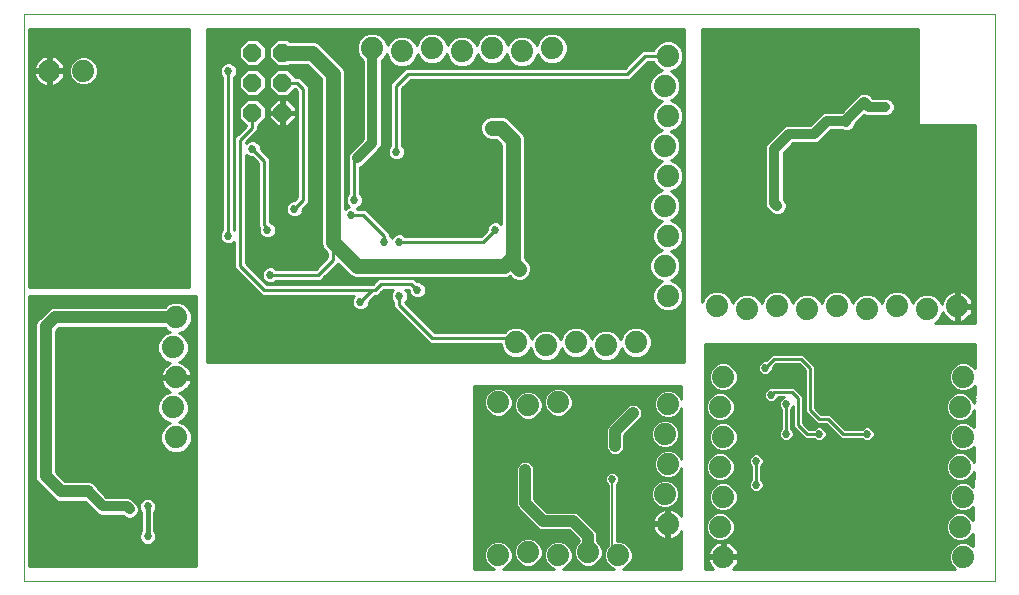
<source format=gbl>
G75*
G70*
%OFA0B0*%
%FSLAX24Y24*%
%IPPOS*%
%LPD*%
%AMOC8*
5,1,8,0,0,1.08239X$1,22.5*
%
%ADD10C,0.0000*%
%ADD11OC8,0.0610*%
%ADD12C,0.0740*%
%ADD13C,0.0270*%
%ADD14C,0.0100*%
%ADD15C,0.0500*%
%ADD16C,0.0080*%
%ADD17C,0.0400*%
%ADD18C,0.0090*%
%ADD19C,0.0160*%
%ADD20C,0.0320*%
D10*
X000628Y000100D02*
X000628Y018996D01*
X032998Y018996D01*
X032998Y000100D01*
X000628Y000100D01*
D11*
X008228Y015700D03*
X009228Y015700D03*
X009228Y016700D03*
X008228Y016700D03*
X008228Y017700D03*
X009228Y017700D03*
D12*
X012228Y017850D03*
X013228Y017750D03*
X014228Y017850D03*
X015228Y017750D03*
X016228Y017850D03*
X017228Y017750D03*
X018228Y017850D03*
X022078Y017600D03*
X021978Y016600D03*
X022078Y015600D03*
X021978Y014600D03*
X022078Y013600D03*
X021978Y012600D03*
X022078Y011600D03*
X021978Y010600D03*
X022078Y009600D03*
X023728Y009250D03*
X024728Y009150D03*
X025728Y009250D03*
X026728Y009150D03*
X027728Y009250D03*
X028728Y009150D03*
X029728Y009250D03*
X030728Y009150D03*
X031728Y009250D03*
X031928Y006900D03*
X031828Y005900D03*
X031928Y004900D03*
X031828Y003900D03*
X031928Y002900D03*
X031828Y001900D03*
X031928Y000900D03*
X023928Y000900D03*
X023828Y001900D03*
X022078Y002000D03*
X021978Y003000D03*
X022078Y004000D03*
X023828Y003900D03*
X023928Y002900D03*
X023928Y004900D03*
X023828Y005900D03*
X022078Y006000D03*
X021978Y005000D03*
X023928Y006900D03*
X021028Y008050D03*
X020028Y007950D03*
X019028Y008050D03*
X018028Y007950D03*
X017028Y008050D03*
X016428Y006050D03*
X017428Y005950D03*
X018428Y006050D03*
X019428Y001050D03*
X020428Y000950D03*
X018428Y000950D03*
X017428Y001050D03*
X016428Y000950D03*
X005688Y004880D03*
X005588Y005880D03*
X005688Y006880D03*
X005588Y007880D03*
X005688Y008880D03*
X002598Y017100D03*
X001458Y017100D03*
D13*
X001928Y018100D03*
X004728Y016900D03*
X003128Y015900D03*
X005428Y014300D03*
X006998Y014440D03*
X006998Y014950D03*
X006988Y015460D03*
X006988Y015950D03*
X006988Y016450D03*
X006978Y016950D03*
X007428Y017100D03*
X006978Y017960D03*
X007408Y018250D03*
X013478Y015200D03*
X013028Y014400D03*
X013978Y013950D03*
X014478Y013950D03*
X014978Y013950D03*
X015478Y013950D03*
X015478Y013450D03*
X014978Y013450D03*
X014478Y013450D03*
X013978Y013450D03*
X013978Y012950D03*
X014478Y012950D03*
X014978Y012950D03*
X015478Y012950D03*
X015478Y012450D03*
X014978Y012450D03*
X014478Y012450D03*
X013978Y012450D03*
X013128Y011400D03*
X012628Y011400D03*
X014128Y010600D03*
X013728Y009800D03*
X013128Y009600D03*
X011828Y009400D03*
X008728Y009200D03*
X008228Y009200D03*
X007728Y009200D03*
X007728Y009700D03*
X007228Y009700D03*
X007228Y009200D03*
X007228Y008700D03*
X007728Y008700D03*
X008228Y008700D03*
X008728Y008700D03*
X008728Y008200D03*
X008728Y007700D03*
X008228Y007700D03*
X007728Y007700D03*
X007728Y008200D03*
X008228Y008200D03*
X007228Y008200D03*
X007228Y007700D03*
X004838Y007330D03*
X003638Y007480D03*
X002838Y007480D03*
X002038Y007480D03*
X004838Y008330D03*
X004938Y006380D03*
X003238Y005580D03*
X002438Y005580D03*
X002438Y004880D03*
X001938Y004480D03*
X002738Y004280D03*
X003238Y004880D03*
X002738Y003080D03*
X004138Y002480D03*
X004738Y002580D03*
X006038Y002780D03*
X006038Y002180D03*
X006038Y001580D03*
X005438Y001580D03*
X004738Y001580D03*
X004838Y000980D03*
X005438Y000980D03*
X006038Y000980D03*
X006038Y003380D03*
X006038Y003980D03*
X001238Y000780D03*
X015828Y001600D03*
X016328Y001600D03*
X018328Y003100D03*
X018828Y003100D03*
X019328Y003100D03*
X019328Y003600D03*
X018828Y003600D03*
X018328Y003600D03*
X018328Y004100D03*
X018828Y004100D03*
X019328Y004100D03*
X020228Y003500D03*
X021128Y002800D03*
X021128Y001600D03*
X021128Y001200D03*
X021128Y000800D03*
X021628Y000800D03*
X022128Y000800D03*
X022128Y001200D03*
X021628Y001200D03*
X025028Y003300D03*
X025028Y004100D03*
X026028Y005000D03*
X027128Y005000D03*
X027528Y004300D03*
X027878Y003900D03*
X027528Y003560D03*
X028228Y003550D03*
X028228Y004300D03*
X028728Y005000D03*
X026028Y006000D03*
X025528Y006300D03*
X025328Y007200D03*
X022228Y007700D03*
X022228Y008200D03*
X022228Y008700D03*
X021728Y008700D03*
X020288Y008960D03*
X019408Y008640D03*
X017128Y010500D03*
X015758Y009190D03*
X015188Y009190D03*
X015158Y009830D03*
X016328Y011800D03*
X016928Y012200D03*
X020228Y013950D03*
X020728Y013950D03*
X021228Y013950D03*
X021108Y015080D03*
X020008Y015580D03*
X020428Y016010D03*
X021128Y016070D03*
X020548Y016540D03*
X019968Y016540D03*
X019978Y017450D03*
X019228Y017450D03*
X019228Y018200D03*
X019978Y018200D03*
X020728Y018200D03*
X021478Y018200D03*
X023528Y018300D03*
X024028Y018300D03*
X024028Y017900D03*
X023528Y017900D03*
X023528Y017400D03*
X024028Y017400D03*
X024528Y017400D03*
X025028Y017400D03*
X025528Y017400D03*
X025528Y017900D03*
X026028Y017900D03*
X026028Y018300D03*
X025528Y018300D03*
X025028Y018300D03*
X024528Y018300D03*
X024528Y017900D03*
X025028Y017900D03*
X025528Y016900D03*
X026528Y017900D03*
X027028Y017900D03*
X027028Y018300D03*
X026528Y018300D03*
X027528Y018300D03*
X028028Y018300D03*
X028028Y017900D03*
X027528Y017900D03*
X028528Y017900D03*
X029028Y017900D03*
X029028Y018300D03*
X028528Y018300D03*
X029528Y018300D03*
X029528Y017900D03*
X029528Y017200D03*
X029528Y016300D03*
X029328Y015900D03*
X028623Y016065D03*
X028018Y015420D03*
X026942Y014990D03*
X027828Y014400D03*
X028328Y014400D03*
X028828Y014400D03*
X028828Y013900D03*
X028828Y013400D03*
X028328Y013400D03*
X027828Y013400D03*
X027828Y013900D03*
X028328Y013900D03*
X026328Y012700D03*
X025728Y012600D03*
X023528Y012900D03*
X023528Y013400D03*
X023528Y013900D03*
X023528Y014400D03*
X024228Y014700D03*
X024728Y014700D03*
X025228Y014700D03*
X023528Y014900D03*
X023528Y015400D03*
X023528Y015900D03*
X023528Y016400D03*
X023528Y016900D03*
X024028Y016900D03*
X018988Y014720D03*
X018538Y014280D03*
X016228Y015200D03*
X016228Y015950D03*
X013818Y016590D03*
X009258Y014240D03*
X008228Y014500D03*
X009258Y013040D03*
X009628Y012500D03*
X009488Y011920D03*
X010138Y011920D03*
X008728Y011800D03*
X007428Y011600D03*
X007228Y010700D03*
X007228Y010200D03*
X005828Y010600D03*
X005228Y011200D03*
X004628Y010600D03*
X003428Y010600D03*
X002828Y011100D03*
X003028Y011800D03*
X001228Y012400D03*
X001238Y009380D03*
X008828Y010300D03*
X011528Y012300D03*
X011628Y012800D03*
X020928Y005700D03*
X020328Y004600D03*
X017328Y003800D03*
X015828Y005500D03*
X026128Y010400D03*
X026428Y010100D03*
X027328Y010100D03*
X027928Y010200D03*
X027928Y010700D03*
X028028Y011300D03*
X026428Y011200D03*
X026428Y010700D03*
X028928Y010200D03*
X031028Y010000D03*
X031528Y010000D03*
X032028Y010000D03*
X032028Y010500D03*
X031528Y010500D03*
X031028Y010500D03*
X031028Y011000D03*
X031528Y011000D03*
X032028Y011000D03*
X032028Y011500D03*
X031528Y011500D03*
X031528Y012000D03*
X032028Y012000D03*
X032028Y012500D03*
X031528Y012500D03*
X031528Y013000D03*
X032028Y013000D03*
X032028Y013500D03*
X031528Y013500D03*
X031028Y013500D03*
X031028Y014000D03*
X031528Y014000D03*
X032028Y014000D03*
X032028Y014500D03*
X031528Y014500D03*
X031028Y014500D03*
X031028Y015000D03*
X031528Y015000D03*
X032028Y015000D03*
X029428Y012600D03*
X031028Y011500D03*
D14*
X032328Y011526D02*
X023228Y011526D01*
X023228Y011428D02*
X032328Y011428D01*
X032328Y011329D02*
X023228Y011329D01*
X023228Y011231D02*
X032328Y011231D01*
X032328Y011132D02*
X023228Y011132D01*
X023228Y011034D02*
X032328Y011034D01*
X032328Y010935D02*
X023228Y010935D01*
X023228Y010837D02*
X032328Y010837D01*
X032328Y010738D02*
X023228Y010738D01*
X023228Y010640D02*
X032328Y010640D01*
X032328Y010541D02*
X023228Y010541D01*
X023228Y010443D02*
X032328Y010443D01*
X032328Y010344D02*
X023228Y010344D01*
X023228Y010246D02*
X032328Y010246D01*
X032328Y010147D02*
X023228Y010147D01*
X023228Y010049D02*
X032328Y010049D01*
X032328Y009950D02*
X023228Y009950D01*
X023228Y009852D02*
X032328Y009852D01*
X032328Y009753D02*
X031862Y009753D01*
X031849Y009757D02*
X031778Y009769D01*
X031778Y009300D01*
X032246Y009300D01*
X032235Y009372D01*
X032209Y009450D01*
X032172Y009523D01*
X032124Y009589D01*
X032066Y009647D01*
X032000Y009695D01*
X031927Y009732D01*
X031849Y009757D01*
X031778Y009753D02*
X031678Y009753D01*
X031678Y009769D02*
X031606Y009757D01*
X031528Y009732D01*
X031455Y009695D01*
X031389Y009647D01*
X031331Y009589D01*
X031283Y009523D01*
X031246Y009450D01*
X031220Y009372D01*
X031214Y009334D01*
X031168Y009445D01*
X031022Y009591D01*
X030831Y009670D01*
X030624Y009670D01*
X030433Y009591D01*
X030287Y009445D01*
X030248Y009350D01*
X030248Y009353D01*
X030168Y009545D01*
X030022Y009691D01*
X029831Y009770D01*
X029624Y009770D01*
X029433Y009691D01*
X029287Y009545D01*
X029208Y009353D01*
X029208Y009350D01*
X029168Y009445D01*
X029022Y009591D01*
X028831Y009670D01*
X028624Y009670D01*
X028433Y009591D01*
X028287Y009445D01*
X028248Y009350D01*
X028248Y009353D01*
X028168Y009545D01*
X028022Y009691D01*
X027831Y009770D01*
X027624Y009770D01*
X027433Y009691D01*
X027287Y009545D01*
X027208Y009353D01*
X027208Y009350D01*
X027168Y009445D01*
X027022Y009591D01*
X026831Y009670D01*
X026624Y009670D01*
X026433Y009591D01*
X026287Y009445D01*
X026248Y009350D01*
X026248Y009353D01*
X026168Y009545D01*
X026022Y009691D01*
X025831Y009770D01*
X025624Y009770D01*
X025433Y009691D01*
X025287Y009545D01*
X025208Y009353D01*
X025208Y009350D01*
X025168Y009445D01*
X025022Y009591D01*
X024831Y009670D01*
X024624Y009670D01*
X024433Y009591D01*
X024287Y009445D01*
X024248Y009350D01*
X024248Y009353D01*
X024168Y009545D01*
X024022Y009691D01*
X023831Y009770D01*
X023624Y009770D01*
X023433Y009691D01*
X023287Y009545D01*
X023228Y009402D01*
X023228Y018500D01*
X030428Y018500D01*
X030428Y015300D01*
X032328Y015300D01*
X032328Y008700D01*
X031000Y008700D01*
X031022Y008709D01*
X031168Y008855D01*
X031248Y009047D01*
X031283Y008977D01*
X031331Y008911D01*
X031389Y008853D01*
X031455Y008805D01*
X031528Y008768D01*
X031606Y008743D01*
X031678Y008731D01*
X031678Y009200D01*
X031778Y009200D01*
X031778Y009300D01*
X031678Y009300D01*
X031678Y009769D01*
X031593Y009753D02*
X029872Y009753D01*
X030058Y009655D02*
X030587Y009655D01*
X030398Y009556D02*
X030157Y009556D01*
X030204Y009458D02*
X030300Y009458D01*
X030251Y009359D02*
X030245Y009359D01*
X030868Y009655D02*
X031400Y009655D01*
X031307Y009556D02*
X031057Y009556D01*
X031155Y009458D02*
X031250Y009458D01*
X031218Y009359D02*
X031204Y009359D01*
X031678Y009359D02*
X031778Y009359D01*
X031778Y009261D02*
X032328Y009261D01*
X032328Y009359D02*
X032237Y009359D01*
X032205Y009458D02*
X032328Y009458D01*
X032328Y009556D02*
X032148Y009556D01*
X032055Y009655D02*
X032328Y009655D01*
X031778Y009655D02*
X031678Y009655D01*
X031678Y009556D02*
X031778Y009556D01*
X031778Y009458D02*
X031678Y009458D01*
X031778Y009200D02*
X032246Y009200D01*
X032235Y009128D01*
X032209Y009050D01*
X032172Y008977D01*
X032124Y008911D01*
X032066Y008853D01*
X032000Y008805D01*
X031927Y008768D01*
X032328Y008768D01*
X032328Y008867D02*
X032079Y008867D01*
X032163Y008965D02*
X032328Y008965D01*
X032328Y009064D02*
X032214Y009064D01*
X032240Y009162D02*
X032328Y009162D01*
X031778Y009162D02*
X031678Y009162D01*
X031678Y009064D02*
X031778Y009064D01*
X031778Y008965D02*
X031678Y008965D01*
X031678Y008867D02*
X031778Y008867D01*
X031778Y008768D02*
X031678Y008768D01*
X031778Y008731D02*
X031849Y008743D01*
X031927Y008768D01*
X031778Y008731D02*
X031778Y009200D01*
X031376Y008867D02*
X031173Y008867D01*
X031214Y008965D02*
X031292Y008965D01*
X031248Y009047D02*
X031248Y009047D01*
X031081Y008768D02*
X031528Y008768D01*
X032328Y008000D02*
X032317Y007190D01*
X032199Y007307D01*
X032023Y007380D01*
X031832Y007380D01*
X031656Y007307D01*
X031521Y007172D01*
X031448Y006995D01*
X026988Y006995D01*
X026988Y006897D02*
X031448Y006897D01*
X031448Y006805D02*
X031448Y006995D01*
X031488Y007094D02*
X026988Y007094D01*
X026988Y007192D02*
X031541Y007192D01*
X031639Y007291D02*
X026963Y007291D01*
X026988Y007266D02*
X026688Y007566D01*
X026594Y007660D01*
X025561Y007660D01*
X025346Y007445D01*
X025279Y007445D01*
X025189Y007408D01*
X025120Y007339D01*
X025083Y007249D01*
X025083Y007151D01*
X025120Y007061D01*
X025189Y006992D01*
X025279Y006955D01*
X025376Y006955D01*
X025466Y006992D01*
X025535Y007061D01*
X025573Y007151D01*
X025573Y007219D01*
X025694Y007340D01*
X026461Y007340D01*
X026668Y007134D01*
X026668Y005734D01*
X026761Y005640D01*
X027061Y005340D01*
X027361Y005340D01*
X027861Y004840D01*
X028541Y004840D01*
X028589Y004792D01*
X028679Y004755D01*
X028776Y004755D01*
X028866Y004792D01*
X028935Y004861D01*
X028973Y004951D01*
X028973Y005049D01*
X028935Y005139D01*
X028866Y005208D01*
X028776Y005245D01*
X028679Y005245D01*
X028589Y005208D01*
X028541Y005160D01*
X027994Y005160D01*
X027588Y005566D01*
X027494Y005660D01*
X027194Y005660D01*
X026988Y005866D01*
X026988Y007266D01*
X026828Y007200D02*
X026528Y007500D01*
X025628Y007500D01*
X025328Y007200D01*
X025573Y007192D02*
X026609Y007192D01*
X026668Y007094D02*
X025549Y007094D01*
X025469Y006995D02*
X026668Y006995D01*
X026668Y006897D02*
X024408Y006897D01*
X024408Y006805D02*
X024408Y006995D01*
X025186Y006995D01*
X025106Y007094D02*
X024367Y007094D01*
X024334Y007172D02*
X024199Y007307D01*
X024023Y007380D01*
X023832Y007380D01*
X023656Y007307D01*
X023521Y007172D01*
X023448Y006995D01*
X023328Y006995D01*
X023328Y006897D02*
X023448Y006897D01*
X023448Y006805D02*
X023448Y006995D01*
X023488Y007094D02*
X023328Y007094D01*
X023328Y007192D02*
X023541Y007192D01*
X023639Y007291D02*
X023328Y007291D01*
X023328Y007389D02*
X025170Y007389D01*
X025100Y007291D02*
X024216Y007291D01*
X024314Y007192D02*
X025083Y007192D01*
X025389Y007488D02*
X023328Y007488D01*
X023328Y007586D02*
X025487Y007586D01*
X025644Y007291D02*
X026511Y007291D01*
X026766Y007488D02*
X032321Y007488D01*
X032322Y007586D02*
X026668Y007586D01*
X026865Y007389D02*
X032319Y007389D01*
X032318Y007291D02*
X032216Y007291D01*
X032314Y007192D02*
X032317Y007192D01*
X031448Y006805D02*
X031521Y006628D01*
X031656Y006493D01*
X031832Y006420D01*
X032023Y006420D01*
X032199Y006493D01*
X032309Y006603D01*
X032301Y006011D01*
X032234Y006172D01*
X032099Y006307D01*
X031923Y006380D01*
X031732Y006380D01*
X031556Y006307D01*
X031421Y006172D01*
X031348Y005995D01*
X031348Y005805D01*
X031421Y005628D01*
X031556Y005493D01*
X031732Y005420D01*
X031923Y005420D01*
X032099Y005493D01*
X032234Y005628D01*
X032298Y005781D01*
X032290Y005216D01*
X032199Y005307D01*
X032023Y005380D01*
X031832Y005380D01*
X031656Y005307D01*
X031521Y005172D01*
X031448Y004995D01*
X031448Y004805D01*
X031521Y004628D01*
X031656Y004493D01*
X031832Y004420D01*
X032023Y004420D01*
X032199Y004493D01*
X032282Y004576D01*
X032275Y004074D01*
X032234Y004172D01*
X032099Y004307D01*
X031923Y004380D01*
X031732Y004380D01*
X031556Y004307D01*
X031421Y004172D01*
X031348Y003995D01*
X031348Y003805D01*
X031421Y003628D01*
X031556Y003493D01*
X031732Y003420D01*
X031923Y003420D01*
X032099Y003493D01*
X032234Y003628D01*
X032270Y003715D01*
X032264Y003242D01*
X032199Y003307D01*
X032023Y003380D01*
X031832Y003380D01*
X031656Y003307D01*
X031521Y003172D01*
X031448Y002995D01*
X031448Y002805D01*
X031521Y002628D01*
X031656Y002493D01*
X031832Y002420D01*
X032023Y002420D01*
X032199Y002493D01*
X032255Y002548D01*
X032249Y002136D01*
X032234Y002172D01*
X032099Y002307D01*
X031923Y002380D01*
X031732Y002380D01*
X031556Y002307D01*
X031421Y002172D01*
X031348Y001995D01*
X031348Y001805D01*
X031421Y001628D01*
X031556Y001493D01*
X031732Y001420D01*
X031923Y001420D01*
X032099Y001493D01*
X032234Y001628D01*
X032243Y001648D01*
X032238Y001269D01*
X032199Y001307D01*
X032023Y001380D01*
X031832Y001380D01*
X031656Y001307D01*
X031521Y001172D01*
X031448Y000995D01*
X031448Y000805D01*
X031521Y000628D01*
X031649Y000500D01*
X024262Y000500D01*
X024266Y000503D01*
X024324Y000561D01*
X024372Y000627D01*
X024409Y000700D01*
X024435Y000778D01*
X024446Y000850D01*
X023978Y000850D01*
X023978Y000950D01*
X024446Y000950D01*
X024435Y001022D01*
X024409Y001100D01*
X024372Y001173D01*
X024324Y001239D01*
X024266Y001297D01*
X024200Y001345D01*
X024127Y001382D01*
X024049Y001407D01*
X023978Y001419D01*
X023978Y000950D01*
X023878Y000950D01*
X023878Y001419D01*
X023806Y001407D01*
X023728Y001382D01*
X023655Y001345D01*
X023589Y001297D01*
X023531Y001239D01*
X023483Y001173D01*
X023446Y001100D01*
X023420Y001022D01*
X023409Y000950D01*
X023878Y000950D01*
X023878Y000850D01*
X023409Y000850D01*
X023420Y000778D01*
X023446Y000700D01*
X023483Y000627D01*
X023531Y000561D01*
X023589Y000503D01*
X023593Y000500D01*
X023328Y000500D01*
X023328Y008000D01*
X032328Y008000D01*
X032327Y007980D02*
X023328Y007980D01*
X023328Y007882D02*
X032326Y007882D01*
X032325Y007783D02*
X023328Y007783D01*
X023328Y007685D02*
X032323Y007685D01*
X031450Y006798D02*
X026988Y006798D01*
X026988Y006700D02*
X031491Y006700D01*
X031548Y006601D02*
X026988Y006601D01*
X026988Y006503D02*
X031646Y006503D01*
X031554Y006306D02*
X026988Y006306D01*
X026988Y006404D02*
X032306Y006404D01*
X032305Y006306D02*
X032101Y006306D01*
X032199Y006207D02*
X032304Y006207D01*
X032302Y006109D02*
X032261Y006109D01*
X032270Y005715D02*
X032297Y005715D01*
X032296Y005616D02*
X032222Y005616D01*
X032294Y005518D02*
X032124Y005518D01*
X032293Y005419D02*
X027735Y005419D01*
X027833Y005321D02*
X031688Y005321D01*
X031571Y005222D02*
X028832Y005222D01*
X028942Y005124D02*
X031501Y005124D01*
X031460Y005025D02*
X028973Y005025D01*
X028962Y004927D02*
X031448Y004927D01*
X031448Y004828D02*
X028902Y004828D01*
X028728Y005000D02*
X027928Y005000D01*
X027428Y005500D01*
X027128Y005500D01*
X026828Y005800D01*
X026828Y007200D01*
X026668Y006798D02*
X024405Y006798D01*
X024408Y006805D02*
X024334Y006628D01*
X024199Y006493D01*
X024023Y006420D01*
X023832Y006420D01*
X023656Y006493D01*
X023521Y006628D01*
X023448Y006805D01*
X023450Y006798D02*
X023328Y006798D01*
X023328Y006700D02*
X023491Y006700D01*
X023548Y006601D02*
X023328Y006601D01*
X023328Y006503D02*
X023646Y006503D01*
X023732Y006380D02*
X023556Y006307D01*
X023421Y006172D01*
X023348Y005995D01*
X023348Y005805D01*
X023421Y005628D01*
X023556Y005493D01*
X023732Y005420D01*
X023923Y005420D01*
X024099Y005493D01*
X024234Y005628D01*
X024308Y005805D01*
X024308Y005995D01*
X024234Y006172D01*
X024099Y006307D01*
X023923Y006380D01*
X023732Y006380D01*
X023554Y006306D02*
X023328Y006306D01*
X023328Y006404D02*
X025305Y006404D01*
X025320Y006439D02*
X025283Y006349D01*
X025283Y006251D01*
X025320Y006161D01*
X025389Y006092D01*
X025479Y006055D01*
X025576Y006055D01*
X025666Y006092D01*
X025735Y006161D01*
X025768Y006240D01*
X025967Y006240D01*
X025889Y006208D01*
X025820Y006139D01*
X025783Y006049D01*
X025783Y005951D01*
X025820Y005861D01*
X025868Y005814D01*
X025868Y005186D01*
X025820Y005139D01*
X025783Y005049D01*
X025783Y004951D01*
X025820Y004861D01*
X025889Y004792D01*
X025979Y004755D01*
X026076Y004755D01*
X026166Y004792D01*
X026235Y004861D01*
X026273Y004951D01*
X026273Y005049D01*
X026235Y005139D01*
X026188Y005186D01*
X026188Y005814D01*
X026235Y005861D01*
X026268Y005939D01*
X026268Y005234D01*
X026361Y005140D01*
X026661Y004840D01*
X026941Y004840D01*
X026989Y004792D01*
X027079Y004755D01*
X027176Y004755D01*
X027266Y004792D01*
X027335Y004861D01*
X027373Y004951D01*
X027373Y005049D01*
X027335Y005139D01*
X027266Y005208D01*
X027176Y005245D01*
X027079Y005245D01*
X026989Y005208D01*
X026941Y005160D01*
X026794Y005160D01*
X026588Y005366D01*
X026588Y006266D01*
X026388Y006466D01*
X026294Y006560D01*
X025561Y006560D01*
X025546Y006545D01*
X025479Y006545D01*
X025389Y006508D01*
X025320Y006439D01*
X025384Y006503D02*
X024209Y006503D01*
X024307Y006601D02*
X026668Y006601D01*
X026668Y006503D02*
X026351Y006503D01*
X026450Y006404D02*
X026668Y006404D01*
X026668Y006306D02*
X026548Y006306D01*
X026588Y006207D02*
X026668Y006207D01*
X026668Y006109D02*
X026588Y006109D01*
X026588Y006010D02*
X026668Y006010D01*
X026668Y005912D02*
X026588Y005912D01*
X026588Y005813D02*
X026668Y005813D01*
X026687Y005715D02*
X026588Y005715D01*
X026588Y005616D02*
X026785Y005616D01*
X026884Y005518D02*
X026588Y005518D01*
X026588Y005419D02*
X026982Y005419D01*
X027023Y005222D02*
X026732Y005222D01*
X026633Y005321D02*
X027381Y005321D01*
X027479Y005222D02*
X027232Y005222D01*
X027342Y005124D02*
X027578Y005124D01*
X027676Y005025D02*
X027373Y005025D01*
X027362Y004927D02*
X027775Y004927D01*
X027302Y004828D02*
X028553Y004828D01*
X028623Y005222D02*
X027932Y005222D01*
X027636Y005518D02*
X031531Y005518D01*
X031433Y005616D02*
X027538Y005616D01*
X027139Y005715D02*
X031385Y005715D01*
X031348Y005813D02*
X027041Y005813D01*
X026988Y005912D02*
X031348Y005912D01*
X031354Y006010D02*
X026988Y006010D01*
X026988Y006109D02*
X031394Y006109D01*
X031456Y006207D02*
X026988Y006207D01*
X026428Y006200D02*
X026228Y006400D01*
X025628Y006400D01*
X025528Y006300D01*
X025754Y006207D02*
X025888Y006207D01*
X025807Y006109D02*
X025683Y006109D01*
X025783Y006010D02*
X024302Y006010D01*
X024308Y005912D02*
X025799Y005912D01*
X025868Y005813D02*
X024308Y005813D01*
X024270Y005715D02*
X025868Y005715D01*
X025868Y005616D02*
X024222Y005616D01*
X024124Y005518D02*
X025868Y005518D01*
X025868Y005419D02*
X023328Y005419D01*
X023328Y005321D02*
X023688Y005321D01*
X023656Y005307D02*
X023521Y005172D01*
X023448Y004995D01*
X023448Y004805D01*
X023521Y004628D01*
X023656Y004493D01*
X023832Y004420D01*
X024023Y004420D01*
X024199Y004493D01*
X024334Y004628D01*
X024408Y004805D01*
X024408Y004995D01*
X024334Y005172D01*
X024199Y005307D01*
X024023Y005380D01*
X023832Y005380D01*
X023656Y005307D01*
X023571Y005222D02*
X023328Y005222D01*
X023328Y005124D02*
X023501Y005124D01*
X023460Y005025D02*
X023328Y005025D01*
X023328Y004927D02*
X023448Y004927D01*
X023448Y004828D02*
X023328Y004828D01*
X023328Y004730D02*
X023479Y004730D01*
X023519Y004631D02*
X023328Y004631D01*
X023328Y004533D02*
X023616Y004533D01*
X023732Y004380D02*
X023556Y004307D01*
X023421Y004172D01*
X023348Y003995D01*
X023348Y003805D01*
X023421Y003628D01*
X023556Y003493D01*
X023732Y003420D01*
X023923Y003420D01*
X024099Y003493D01*
X024234Y003628D01*
X024308Y003805D01*
X024308Y003995D01*
X024234Y004172D01*
X024099Y004307D01*
X023923Y004380D01*
X023732Y004380D01*
X023798Y004434D02*
X023328Y004434D01*
X023328Y004336D02*
X023625Y004336D01*
X023486Y004237D02*
X023328Y004237D01*
X023328Y004139D02*
X023407Y004139D01*
X023366Y004040D02*
X023328Y004040D01*
X023328Y003942D02*
X023348Y003942D01*
X023348Y003843D02*
X023328Y003843D01*
X023328Y003745D02*
X023372Y003745D01*
X023413Y003646D02*
X023328Y003646D01*
X023328Y003548D02*
X023501Y003548D01*
X023662Y003449D02*
X023328Y003449D01*
X023328Y003351D02*
X023761Y003351D01*
X023832Y003380D02*
X023656Y003307D01*
X023521Y003172D01*
X023448Y002995D01*
X023448Y002805D01*
X023521Y002628D01*
X023656Y002493D01*
X023832Y002420D01*
X024023Y002420D01*
X024199Y002493D01*
X024334Y002628D01*
X024408Y002805D01*
X024408Y002995D01*
X024334Y003172D01*
X024199Y003307D01*
X024023Y003380D01*
X023832Y003380D01*
X023993Y003449D02*
X024830Y003449D01*
X024820Y003439D02*
X024868Y003486D01*
X024868Y003914D01*
X024820Y003961D01*
X024783Y004051D01*
X024783Y004149D01*
X024820Y004239D01*
X024889Y004308D01*
X024979Y004345D01*
X025076Y004345D01*
X025166Y004308D01*
X025235Y004239D01*
X025273Y004149D01*
X025273Y004051D01*
X025235Y003961D01*
X025188Y003914D01*
X025188Y003486D01*
X025235Y003439D01*
X025273Y003349D01*
X025273Y003251D01*
X025235Y003161D01*
X025166Y003092D01*
X025076Y003055D01*
X024979Y003055D01*
X024889Y003092D01*
X024820Y003161D01*
X024783Y003251D01*
X024783Y003349D01*
X024820Y003439D01*
X024783Y003351D02*
X024094Y003351D01*
X024254Y003252D02*
X024783Y003252D01*
X024828Y003154D02*
X024342Y003154D01*
X024383Y003055D02*
X024979Y003055D01*
X025076Y003055D02*
X031472Y003055D01*
X031448Y002957D02*
X024408Y002957D01*
X024408Y002858D02*
X031448Y002858D01*
X031466Y002760D02*
X024389Y002760D01*
X024348Y002661D02*
X031507Y002661D01*
X031586Y002563D02*
X024269Y002563D01*
X024129Y002464D02*
X031726Y002464D01*
X031697Y002366D02*
X023958Y002366D01*
X023923Y002380D02*
X023732Y002380D01*
X023556Y002307D01*
X023421Y002172D01*
X023348Y001995D01*
X023348Y001805D01*
X023421Y001628D01*
X023556Y001493D01*
X023732Y001420D01*
X023923Y001420D01*
X024099Y001493D01*
X024234Y001628D01*
X024308Y001805D01*
X024308Y001995D01*
X024234Y002172D01*
X024099Y002307D01*
X023923Y002380D01*
X023726Y002464D02*
X023328Y002464D01*
X023328Y002366D02*
X023697Y002366D01*
X023516Y002267D02*
X023328Y002267D01*
X023328Y002169D02*
X023419Y002169D01*
X023378Y002070D02*
X023328Y002070D01*
X023328Y001972D02*
X023348Y001972D01*
X023348Y001873D02*
X023328Y001873D01*
X023328Y001775D02*
X023360Y001775D01*
X023328Y001676D02*
X023401Y001676D01*
X023471Y001578D02*
X023328Y001578D01*
X023328Y001479D02*
X023590Y001479D01*
X023725Y001381D02*
X023328Y001381D01*
X023328Y001282D02*
X023574Y001282D01*
X023491Y001184D02*
X023328Y001184D01*
X023328Y001085D02*
X023441Y001085D01*
X023415Y000987D02*
X023328Y000987D01*
X023328Y000888D02*
X023878Y000888D01*
X023878Y000987D02*
X023978Y000987D01*
X023978Y001085D02*
X023878Y001085D01*
X023878Y001184D02*
X023978Y001184D01*
X023978Y001282D02*
X023878Y001282D01*
X023878Y001381D02*
X023978Y001381D01*
X024065Y001479D02*
X031590Y001479D01*
X031471Y001578D02*
X024184Y001578D01*
X024254Y001676D02*
X031401Y001676D01*
X031360Y001775D02*
X024295Y001775D01*
X024308Y001873D02*
X031348Y001873D01*
X031348Y001972D02*
X024308Y001972D01*
X024277Y002070D02*
X031378Y002070D01*
X031419Y002169D02*
X024236Y002169D01*
X024139Y002267D02*
X031516Y002267D01*
X031958Y002366D02*
X032252Y002366D01*
X032254Y002464D02*
X032129Y002464D01*
X032139Y002267D02*
X032251Y002267D01*
X032250Y002169D02*
X032236Y002169D01*
X032242Y001578D02*
X032184Y001578D01*
X032241Y001479D02*
X032065Y001479D01*
X032239Y001381D02*
X024130Y001381D01*
X024281Y001282D02*
X031631Y001282D01*
X031532Y001184D02*
X024364Y001184D01*
X024414Y001085D02*
X031485Y001085D01*
X031448Y000987D02*
X024440Y000987D01*
X024437Y000790D02*
X031454Y000790D01*
X031448Y000888D02*
X023978Y000888D01*
X024405Y000691D02*
X031495Y000691D01*
X031556Y000593D02*
X024347Y000593D01*
X023508Y000593D02*
X023328Y000593D01*
X023328Y000691D02*
X023450Y000691D01*
X023419Y000790D02*
X023328Y000790D01*
X023328Y002563D02*
X023586Y002563D01*
X023507Y002661D02*
X023328Y002661D01*
X023328Y002760D02*
X023466Y002760D01*
X023448Y002858D02*
X023328Y002858D01*
X023328Y002957D02*
X023448Y002957D01*
X023472Y003055D02*
X023328Y003055D01*
X023328Y003154D02*
X023513Y003154D01*
X023601Y003252D02*
X023328Y003252D01*
X024154Y003548D02*
X024868Y003548D01*
X024868Y003646D02*
X024242Y003646D01*
X024283Y003745D02*
X024868Y003745D01*
X024868Y003843D02*
X024308Y003843D01*
X024308Y003942D02*
X024840Y003942D01*
X024787Y004040D02*
X024289Y004040D01*
X024248Y004139D02*
X024783Y004139D01*
X024819Y004237D02*
X024169Y004237D01*
X024030Y004336D02*
X024956Y004336D01*
X025099Y004336D02*
X031625Y004336D01*
X031486Y004237D02*
X025236Y004237D01*
X025273Y004139D02*
X031407Y004139D01*
X031366Y004040D02*
X025268Y004040D01*
X025216Y003942D02*
X031348Y003942D01*
X031348Y003843D02*
X025188Y003843D01*
X025188Y003745D02*
X031372Y003745D01*
X031413Y003646D02*
X025188Y003646D01*
X025188Y003548D02*
X031501Y003548D01*
X031662Y003449D02*
X025225Y003449D01*
X025272Y003351D02*
X031761Y003351D01*
X031601Y003252D02*
X025273Y003252D01*
X025228Y003154D02*
X031513Y003154D01*
X032094Y003351D02*
X032266Y003351D01*
X032267Y003449D02*
X031993Y003449D01*
X032154Y003548D02*
X032268Y003548D01*
X032269Y003646D02*
X032242Y003646D01*
X032254Y003252D02*
X032264Y003252D01*
X032248Y004139D02*
X032276Y004139D01*
X032277Y004237D02*
X032169Y004237D01*
X032279Y004336D02*
X032030Y004336D01*
X032057Y004434D02*
X032280Y004434D01*
X032281Y004533D02*
X032239Y004533D01*
X031798Y004434D02*
X024057Y004434D01*
X024239Y004533D02*
X031616Y004533D01*
X031519Y004631D02*
X024336Y004631D01*
X024376Y004730D02*
X031479Y004730D01*
X032167Y005321D02*
X032292Y005321D01*
X032284Y005222D02*
X032291Y005222D01*
X032308Y006503D02*
X032209Y006503D01*
X032307Y006601D02*
X032309Y006601D01*
X029210Y009359D02*
X029204Y009359D01*
X029251Y009458D02*
X029155Y009458D01*
X029057Y009556D02*
X029298Y009556D01*
X029397Y009655D02*
X028868Y009655D01*
X028587Y009655D02*
X028058Y009655D01*
X028157Y009556D02*
X028398Y009556D01*
X028300Y009458D02*
X028204Y009458D01*
X028245Y009359D02*
X028251Y009359D01*
X027872Y009753D02*
X029583Y009753D01*
X027583Y009753D02*
X025872Y009753D01*
X026058Y009655D02*
X026587Y009655D01*
X026398Y009556D02*
X026157Y009556D01*
X026204Y009458D02*
X026300Y009458D01*
X026251Y009359D02*
X026245Y009359D01*
X026868Y009655D02*
X027397Y009655D01*
X027298Y009556D02*
X027057Y009556D01*
X027155Y009458D02*
X027251Y009458D01*
X027210Y009359D02*
X027204Y009359D01*
X025583Y009753D02*
X023872Y009753D01*
X024058Y009655D02*
X024587Y009655D01*
X024398Y009556D02*
X024157Y009556D01*
X024204Y009458D02*
X024300Y009458D01*
X024251Y009359D02*
X024245Y009359D01*
X024868Y009655D02*
X025397Y009655D01*
X025298Y009556D02*
X025057Y009556D01*
X025155Y009458D02*
X025251Y009458D01*
X025210Y009359D02*
X025204Y009359D01*
X023583Y009753D02*
X023228Y009753D01*
X023228Y009655D02*
X023397Y009655D01*
X023298Y009556D02*
X023228Y009556D01*
X023228Y009458D02*
X023251Y009458D01*
X022628Y009458D02*
X022581Y009458D01*
X022598Y009497D02*
X022598Y009703D01*
X022518Y009895D01*
X022372Y010041D01*
X022181Y010120D01*
X022178Y010120D01*
X022272Y010159D01*
X022418Y010305D01*
X022498Y010497D01*
X022498Y010703D01*
X022418Y010895D01*
X022272Y011041D01*
X022178Y011080D01*
X022181Y011080D01*
X022372Y011159D01*
X022518Y011305D01*
X022598Y011497D01*
X022598Y011703D01*
X022518Y011895D01*
X022372Y012041D01*
X022181Y012120D01*
X022178Y012120D01*
X022272Y012159D01*
X022418Y012305D01*
X022498Y012497D01*
X022498Y012703D01*
X022418Y012895D01*
X022272Y013041D01*
X022178Y013080D01*
X022181Y013080D01*
X022372Y013159D01*
X022518Y013305D01*
X022598Y013497D01*
X022598Y013703D01*
X022518Y013895D01*
X022372Y014041D01*
X022181Y014120D01*
X022178Y014120D01*
X022272Y014159D01*
X022418Y014305D01*
X022498Y014497D01*
X022498Y014703D01*
X022418Y014895D01*
X022272Y015041D01*
X022178Y015080D01*
X022181Y015080D01*
X022372Y015159D01*
X022518Y015305D01*
X022598Y015497D01*
X022598Y015703D01*
X022518Y015895D01*
X022372Y016041D01*
X022181Y016120D01*
X022178Y016120D01*
X022272Y016159D01*
X022418Y016305D01*
X022498Y016497D01*
X022498Y016703D01*
X022418Y016895D01*
X022272Y017041D01*
X022178Y017080D01*
X022181Y017080D01*
X022372Y017159D01*
X022518Y017305D01*
X022598Y017497D01*
X022598Y017703D01*
X022518Y017895D01*
X022372Y018041D01*
X022181Y018120D01*
X021974Y018120D01*
X021783Y018041D01*
X021637Y017895D01*
X021598Y017800D01*
X021245Y017800D01*
X021128Y017683D01*
X020645Y017200D01*
X013345Y017200D01*
X013228Y017083D01*
X012828Y016683D01*
X012828Y014603D01*
X012786Y014561D01*
X012743Y014457D01*
X012743Y014343D01*
X012786Y014239D01*
X012866Y014158D01*
X012971Y014115D01*
X013084Y014115D01*
X013189Y014158D01*
X013269Y014239D01*
X013313Y014343D01*
X013313Y014457D01*
X013269Y014561D01*
X013228Y014603D01*
X013228Y016517D01*
X013510Y016800D01*
X020810Y016800D01*
X021410Y017400D01*
X021598Y017400D01*
X021637Y017305D01*
X021783Y017159D01*
X021878Y017120D01*
X021874Y017120D01*
X021683Y017041D01*
X021537Y016895D01*
X021458Y016703D01*
X021458Y016497D01*
X021537Y016305D01*
X021683Y016159D01*
X021874Y016080D01*
X021878Y016080D01*
X021783Y016041D01*
X021637Y015895D01*
X021558Y015703D01*
X021558Y015497D01*
X021637Y015305D01*
X021783Y015159D01*
X021878Y015120D01*
X021874Y015120D01*
X021683Y015041D01*
X021537Y014895D01*
X021458Y014703D01*
X021458Y014497D01*
X021537Y014305D01*
X021683Y014159D01*
X021874Y014080D01*
X021878Y014080D01*
X021783Y014041D01*
X021637Y013895D01*
X021558Y013703D01*
X021558Y013497D01*
X021637Y013305D01*
X021783Y013159D01*
X021878Y013120D01*
X021874Y013120D01*
X021683Y013041D01*
X021537Y012895D01*
X021458Y012703D01*
X021458Y012497D01*
X021537Y012305D01*
X021683Y012159D01*
X021874Y012080D01*
X021878Y012080D01*
X021783Y012041D01*
X021637Y011895D01*
X021558Y011703D01*
X021558Y011497D01*
X021637Y011305D01*
X021783Y011159D01*
X021878Y011120D01*
X021874Y011120D01*
X021683Y011041D01*
X021537Y010895D01*
X021458Y010703D01*
X021458Y010497D01*
X021537Y010305D01*
X021683Y010159D01*
X021874Y010080D01*
X021878Y010080D01*
X021783Y010041D01*
X021637Y009895D01*
X021558Y009703D01*
X021558Y009497D01*
X021637Y009305D01*
X021783Y009159D01*
X021974Y009080D01*
X022181Y009080D01*
X022372Y009159D01*
X022518Y009305D01*
X022598Y009497D01*
X022598Y009556D02*
X022628Y009556D01*
X022628Y009655D02*
X022598Y009655D01*
X022577Y009753D02*
X022628Y009753D01*
X022628Y009852D02*
X022536Y009852D01*
X022463Y009950D02*
X022628Y009950D01*
X022628Y010049D02*
X022354Y010049D01*
X022243Y010147D02*
X022628Y010147D01*
X022628Y010246D02*
X022358Y010246D01*
X022434Y010344D02*
X022628Y010344D01*
X022628Y010443D02*
X022475Y010443D01*
X022498Y010541D02*
X022628Y010541D01*
X022628Y010640D02*
X022498Y010640D01*
X022483Y010738D02*
X022628Y010738D01*
X022628Y010837D02*
X022442Y010837D01*
X022378Y010935D02*
X022628Y010935D01*
X022628Y011034D02*
X022279Y011034D01*
X022307Y011132D02*
X022628Y011132D01*
X022628Y011231D02*
X022443Y011231D01*
X022528Y011329D02*
X022628Y011329D01*
X022628Y011428D02*
X022569Y011428D01*
X022598Y011526D02*
X022628Y011526D01*
X022628Y011625D02*
X022598Y011625D01*
X022589Y011723D02*
X022628Y011723D01*
X022628Y011822D02*
X022549Y011822D01*
X022493Y011920D02*
X022628Y011920D01*
X022628Y012019D02*
X022394Y012019D01*
X022328Y012216D02*
X022628Y012216D01*
X022628Y012314D02*
X022422Y012314D01*
X022463Y012413D02*
X022628Y012413D01*
X022628Y012511D02*
X022498Y012511D01*
X022498Y012610D02*
X022628Y012610D01*
X022628Y012708D02*
X022496Y012708D01*
X022455Y012807D02*
X022628Y012807D01*
X022628Y012905D02*
X022408Y012905D01*
X022309Y013004D02*
X022628Y013004D01*
X022628Y013102D02*
X022234Y013102D01*
X022413Y013201D02*
X022628Y013201D01*
X022628Y013299D02*
X022512Y013299D01*
X022557Y013398D02*
X022628Y013398D01*
X022628Y013496D02*
X022597Y013496D01*
X022598Y013595D02*
X022628Y013595D01*
X022628Y013693D02*
X022598Y013693D01*
X022628Y013792D02*
X022561Y013792D01*
X022520Y013890D02*
X022628Y013890D01*
X022628Y013989D02*
X022424Y013989D01*
X022261Y014087D02*
X022628Y014087D01*
X022628Y014186D02*
X022298Y014186D01*
X022397Y014284D02*
X022628Y014284D01*
X022628Y014383D02*
X022450Y014383D01*
X022491Y014481D02*
X022628Y014481D01*
X022628Y014580D02*
X022498Y014580D01*
X022498Y014678D02*
X022628Y014678D01*
X022628Y014777D02*
X022467Y014777D01*
X022426Y014875D02*
X022628Y014875D01*
X022628Y014974D02*
X022339Y014974D01*
X022197Y015072D02*
X022628Y015072D01*
X022628Y015171D02*
X022383Y015171D01*
X022482Y015269D02*
X022628Y015269D01*
X022628Y015368D02*
X022544Y015368D01*
X022585Y015466D02*
X022628Y015466D01*
X022628Y015565D02*
X022598Y015565D01*
X022598Y015663D02*
X022628Y015663D01*
X022628Y015762D02*
X022573Y015762D01*
X022533Y015860D02*
X022628Y015860D01*
X022628Y015959D02*
X022454Y015959D01*
X022333Y016057D02*
X022628Y016057D01*
X022628Y016156D02*
X022263Y016156D01*
X022367Y016254D02*
X022628Y016254D01*
X022628Y016353D02*
X022438Y016353D01*
X022479Y016451D02*
X022628Y016451D01*
X022628Y016550D02*
X022498Y016550D01*
X022498Y016648D02*
X022628Y016648D01*
X022628Y016747D02*
X022480Y016747D01*
X022439Y016845D02*
X022628Y016845D01*
X022628Y016944D02*
X022369Y016944D01*
X022269Y017042D02*
X022628Y017042D01*
X022628Y017141D02*
X022327Y017141D01*
X022452Y017239D02*
X022628Y017239D01*
X022628Y017338D02*
X022532Y017338D01*
X022572Y017436D02*
X022628Y017436D01*
X022628Y017535D02*
X022598Y017535D01*
X022598Y017633D02*
X022628Y017633D01*
X022628Y017732D02*
X022586Y017732D01*
X022545Y017830D02*
X022628Y017830D01*
X022628Y017929D02*
X022484Y017929D01*
X022386Y018027D02*
X022628Y018027D01*
X022628Y018126D02*
X018676Y018126D01*
X018668Y018145D02*
X018748Y017953D01*
X018748Y017747D01*
X018668Y017555D01*
X018522Y017409D01*
X018331Y017330D01*
X018124Y017330D01*
X017933Y017409D01*
X017787Y017555D01*
X017748Y017650D01*
X017748Y017647D01*
X017668Y017455D01*
X017522Y017309D01*
X017331Y017230D01*
X017124Y017230D01*
X016933Y017309D01*
X016787Y017455D01*
X016708Y017647D01*
X016708Y017650D01*
X016668Y017555D01*
X016522Y017409D01*
X016331Y017330D01*
X016124Y017330D01*
X015933Y017409D01*
X015787Y017555D01*
X015748Y017650D01*
X015748Y017647D01*
X015668Y017455D01*
X015522Y017309D01*
X015331Y017230D01*
X015124Y017230D01*
X014933Y017309D01*
X014787Y017455D01*
X014708Y017647D01*
X014708Y017650D01*
X014668Y017555D01*
X014522Y017409D01*
X014331Y017330D01*
X014124Y017330D01*
X013933Y017409D01*
X013787Y017555D01*
X013748Y017650D01*
X013748Y017647D01*
X013668Y017455D01*
X013522Y017309D01*
X013331Y017230D01*
X013124Y017230D01*
X012933Y017309D01*
X012787Y017455D01*
X012708Y017647D01*
X012708Y017650D01*
X012668Y017555D01*
X012538Y017425D01*
X012538Y014638D01*
X012490Y014524D01*
X011903Y013937D01*
X011828Y013906D01*
X011828Y013003D01*
X011869Y012961D01*
X011913Y012857D01*
X011913Y012743D01*
X011869Y012639D01*
X011789Y012558D01*
X011706Y012524D01*
X011731Y012500D01*
X012010Y012500D01*
X012828Y011683D01*
X012828Y011603D01*
X012869Y011561D01*
X012878Y011541D01*
X012886Y011561D01*
X012966Y011642D01*
X013071Y011685D01*
X013184Y011685D01*
X013289Y011642D01*
X013331Y011600D01*
X015845Y011600D01*
X016043Y011798D01*
X016043Y011857D01*
X016086Y011961D01*
X016166Y012042D01*
X016271Y012085D01*
X016384Y012085D01*
X016489Y012042D01*
X016528Y012003D01*
X016528Y014634D01*
X016362Y014800D01*
X016148Y014800D01*
X016001Y014861D01*
X015888Y014973D01*
X015828Y015120D01*
X015828Y015280D01*
X015888Y015427D01*
X016001Y015539D01*
X016148Y015600D01*
X016607Y015600D01*
X016754Y015539D01*
X017154Y015139D01*
X017154Y015139D01*
X017267Y015027D01*
X017328Y014880D01*
X017328Y010866D01*
X017467Y010727D01*
X017528Y010580D01*
X017528Y010420D01*
X017467Y010273D01*
X017354Y010161D01*
X017207Y010100D01*
X017048Y010100D01*
X016901Y010161D01*
X016817Y010245D01*
X016707Y010200D01*
X011648Y010200D01*
X011501Y010261D01*
X011086Y010676D01*
X010628Y010217D01*
X010510Y010100D01*
X009031Y010100D01*
X008989Y010058D01*
X008884Y010015D01*
X008771Y010015D01*
X008666Y010058D01*
X008586Y010139D01*
X008543Y010243D01*
X008543Y010357D01*
X008586Y010461D01*
X008666Y010542D01*
X008771Y010585D01*
X008884Y010585D01*
X008989Y010542D01*
X009031Y010500D01*
X010345Y010500D01*
X010728Y010883D01*
X010728Y011034D01*
X010701Y011061D01*
X010588Y011173D01*
X010528Y011320D01*
X010528Y016834D01*
X010062Y017300D01*
X009471Y017300D01*
X009416Y017245D01*
X009039Y017245D01*
X008772Y017511D01*
X008772Y017889D01*
X009039Y018155D01*
X009416Y018155D01*
X009471Y018100D01*
X010307Y018100D01*
X010454Y018039D01*
X010567Y017927D01*
X011267Y017227D01*
X011328Y017080D01*
X011328Y012503D01*
X011366Y012542D01*
X011449Y012576D01*
X011386Y012639D01*
X011343Y012743D01*
X011343Y012857D01*
X011386Y012961D01*
X011428Y013003D01*
X011428Y014114D01*
X011418Y014138D01*
X011418Y014262D01*
X011465Y014376D01*
X011918Y014828D01*
X011918Y017425D01*
X011787Y017555D01*
X011708Y017747D01*
X011708Y017953D01*
X011787Y018145D01*
X011933Y018291D01*
X012124Y018370D01*
X012331Y018370D01*
X012522Y018291D01*
X012668Y018145D01*
X012748Y017953D01*
X012748Y017950D01*
X012787Y018045D01*
X012933Y018191D01*
X013124Y018270D01*
X013331Y018270D01*
X013522Y018191D01*
X013668Y018045D01*
X013708Y017950D01*
X013708Y017953D01*
X013787Y018145D01*
X013933Y018291D01*
X014124Y018370D01*
X014331Y018370D01*
X014522Y018291D01*
X014668Y018145D01*
X014748Y017953D01*
X014748Y017950D01*
X014787Y018045D01*
X014933Y018191D01*
X015124Y018270D01*
X015331Y018270D01*
X015522Y018191D01*
X015668Y018045D01*
X015708Y017950D01*
X015708Y017953D01*
X015787Y018145D01*
X015933Y018291D01*
X016124Y018370D01*
X016331Y018370D01*
X016522Y018291D01*
X016668Y018145D01*
X016748Y017953D01*
X016748Y017950D01*
X016787Y018045D01*
X016933Y018191D01*
X017124Y018270D01*
X017331Y018270D01*
X017522Y018191D01*
X017668Y018045D01*
X017708Y017950D01*
X017708Y017953D01*
X017787Y018145D01*
X017933Y018291D01*
X018124Y018370D01*
X018331Y018370D01*
X018522Y018291D01*
X018668Y018145D01*
X018589Y018224D02*
X022628Y018224D01*
X022628Y018323D02*
X018446Y018323D01*
X018717Y018027D02*
X021769Y018027D01*
X021671Y017929D02*
X018748Y017929D01*
X018748Y017830D02*
X021610Y017830D01*
X021328Y017600D02*
X022078Y017600D01*
X021703Y017239D02*
X021249Y017239D01*
X021151Y017141D02*
X021828Y017141D01*
X021686Y017042D02*
X021052Y017042D01*
X020954Y016944D02*
X021586Y016944D01*
X021516Y016845D02*
X020855Y016845D01*
X020728Y017000D02*
X021328Y017600D01*
X021176Y017732D02*
X018741Y017732D01*
X018701Y017633D02*
X021078Y017633D01*
X020979Y017535D02*
X018647Y017535D01*
X018549Y017436D02*
X020881Y017436D01*
X020782Y017338D02*
X018349Y017338D01*
X018106Y017338D02*
X017550Y017338D01*
X017649Y017436D02*
X017906Y017436D01*
X017808Y017535D02*
X017701Y017535D01*
X017742Y017633D02*
X017755Y017633D01*
X017738Y018027D02*
X017676Y018027D01*
X017587Y018126D02*
X017779Y018126D01*
X017866Y018224D02*
X017442Y018224D01*
X017013Y018224D02*
X016589Y018224D01*
X016676Y018126D02*
X016868Y018126D01*
X016779Y018027D02*
X016717Y018027D01*
X016446Y018323D02*
X018010Y018323D01*
X016713Y017633D02*
X016701Y017633D01*
X016647Y017535D02*
X016754Y017535D01*
X016806Y017436D02*
X016549Y017436D01*
X016349Y017338D02*
X016905Y017338D01*
X017102Y017239D02*
X015353Y017239D01*
X015550Y017338D02*
X016106Y017338D01*
X015906Y017436D02*
X015649Y017436D01*
X015701Y017535D02*
X015808Y017535D01*
X015755Y017633D02*
X015742Y017633D01*
X015738Y018027D02*
X015676Y018027D01*
X015587Y018126D02*
X015779Y018126D01*
X015866Y018224D02*
X015442Y018224D01*
X015013Y018224D02*
X014589Y018224D01*
X014676Y018126D02*
X014868Y018126D01*
X014779Y018027D02*
X014717Y018027D01*
X014446Y018323D02*
X016010Y018323D01*
X014713Y017633D02*
X014701Y017633D01*
X014647Y017535D02*
X014754Y017535D01*
X014806Y017436D02*
X014549Y017436D01*
X014349Y017338D02*
X014905Y017338D01*
X015102Y017239D02*
X013353Y017239D01*
X013285Y017141D02*
X012538Y017141D01*
X012538Y017239D02*
X013102Y017239D01*
X013187Y017042D02*
X012538Y017042D01*
X012538Y016944D02*
X013088Y016944D01*
X012990Y016845D02*
X012538Y016845D01*
X012538Y016747D02*
X012891Y016747D01*
X012828Y016648D02*
X012538Y016648D01*
X012538Y016550D02*
X012828Y016550D01*
X012828Y016451D02*
X012538Y016451D01*
X012538Y016353D02*
X012828Y016353D01*
X012828Y016254D02*
X012538Y016254D01*
X012538Y016156D02*
X012828Y016156D01*
X012828Y016057D02*
X012538Y016057D01*
X012538Y015959D02*
X012828Y015959D01*
X012828Y015860D02*
X012538Y015860D01*
X012538Y015762D02*
X012828Y015762D01*
X012828Y015663D02*
X012538Y015663D01*
X012538Y015565D02*
X012828Y015565D01*
X012828Y015466D02*
X012538Y015466D01*
X012538Y015368D02*
X012828Y015368D01*
X012828Y015269D02*
X012538Y015269D01*
X012538Y015171D02*
X012828Y015171D01*
X012828Y015072D02*
X012538Y015072D01*
X012538Y014974D02*
X012828Y014974D01*
X012828Y014875D02*
X012538Y014875D01*
X012538Y014777D02*
X012828Y014777D01*
X012828Y014678D02*
X012538Y014678D01*
X012513Y014580D02*
X012804Y014580D01*
X012753Y014481D02*
X012447Y014481D01*
X012348Y014383D02*
X012743Y014383D01*
X012767Y014284D02*
X012250Y014284D01*
X012151Y014186D02*
X012839Y014186D01*
X013028Y014400D02*
X013028Y016600D01*
X013428Y017000D01*
X020728Y017000D01*
X020684Y017239D02*
X017353Y017239D01*
X016693Y015565D02*
X021558Y015565D01*
X021558Y015663D02*
X013228Y015663D01*
X013228Y015565D02*
X016062Y015565D01*
X015928Y015466D02*
X013228Y015466D01*
X013228Y015368D02*
X015864Y015368D01*
X015828Y015269D02*
X013228Y015269D01*
X013228Y015171D02*
X015828Y015171D01*
X015848Y015072D02*
X013228Y015072D01*
X013228Y014974D02*
X015888Y014974D01*
X015987Y014875D02*
X013228Y014875D01*
X013228Y014777D02*
X016385Y014777D01*
X016484Y014678D02*
X013228Y014678D01*
X013251Y014580D02*
X016528Y014580D01*
X016528Y014481D02*
X013302Y014481D01*
X013313Y014383D02*
X016528Y014383D01*
X016528Y014284D02*
X013288Y014284D01*
X013216Y014186D02*
X016528Y014186D01*
X016528Y014087D02*
X012053Y014087D01*
X011954Y013989D02*
X016528Y013989D01*
X016528Y013890D02*
X011828Y013890D01*
X011828Y013792D02*
X016528Y013792D01*
X016528Y013693D02*
X011828Y013693D01*
X011828Y013595D02*
X016528Y013595D01*
X016528Y013496D02*
X011828Y013496D01*
X011828Y013398D02*
X016528Y013398D01*
X016528Y013299D02*
X011828Y013299D01*
X011828Y013201D02*
X016528Y013201D01*
X016528Y013102D02*
X011828Y013102D01*
X011828Y013004D02*
X016528Y013004D01*
X016528Y012905D02*
X011893Y012905D01*
X011913Y012807D02*
X016528Y012807D01*
X016528Y012708D02*
X011898Y012708D01*
X011840Y012610D02*
X016528Y012610D01*
X016528Y012511D02*
X011720Y012511D01*
X011528Y012300D02*
X011928Y012300D01*
X012628Y011600D01*
X012628Y011400D01*
X012828Y011625D02*
X012949Y011625D01*
X012787Y011723D02*
X015968Y011723D01*
X016043Y011822D02*
X012689Y011822D01*
X012590Y011920D02*
X016069Y011920D01*
X016143Y012019D02*
X012492Y012019D01*
X012393Y012117D02*
X016528Y012117D01*
X016528Y012019D02*
X016512Y012019D01*
X016528Y012216D02*
X012295Y012216D01*
X012196Y012314D02*
X016528Y012314D01*
X016528Y012413D02*
X012098Y012413D01*
X011628Y012800D02*
X011628Y014100D01*
X011728Y014200D01*
X011418Y014186D02*
X011328Y014186D01*
X011328Y014284D02*
X011427Y014284D01*
X011472Y014383D02*
X011328Y014383D01*
X011328Y014481D02*
X011570Y014481D01*
X011669Y014580D02*
X011328Y014580D01*
X011328Y014678D02*
X011767Y014678D01*
X011866Y014777D02*
X011328Y014777D01*
X011328Y014875D02*
X011918Y014875D01*
X011918Y014974D02*
X011328Y014974D01*
X011328Y015072D02*
X011918Y015072D01*
X011918Y015171D02*
X011328Y015171D01*
X011328Y015269D02*
X011918Y015269D01*
X011918Y015368D02*
X011328Y015368D01*
X011328Y015466D02*
X011918Y015466D01*
X011918Y015565D02*
X011328Y015565D01*
X011328Y015663D02*
X011918Y015663D01*
X011918Y015762D02*
X011328Y015762D01*
X011328Y015860D02*
X011918Y015860D01*
X011918Y015959D02*
X011328Y015959D01*
X011328Y016057D02*
X011918Y016057D01*
X011918Y016156D02*
X011328Y016156D01*
X011328Y016254D02*
X011918Y016254D01*
X011918Y016353D02*
X011328Y016353D01*
X011328Y016451D02*
X011918Y016451D01*
X011918Y016550D02*
X011328Y016550D01*
X011328Y016648D02*
X011918Y016648D01*
X011918Y016747D02*
X011328Y016747D01*
X011328Y016845D02*
X011918Y016845D01*
X011918Y016944D02*
X011328Y016944D01*
X011328Y017042D02*
X011918Y017042D01*
X011918Y017141D02*
X011302Y017141D01*
X011254Y017239D02*
X011918Y017239D01*
X011918Y017338D02*
X011156Y017338D01*
X011057Y017436D02*
X011906Y017436D01*
X011808Y017535D02*
X010959Y017535D01*
X010860Y017633D02*
X011755Y017633D01*
X011714Y017732D02*
X010762Y017732D01*
X010663Y017830D02*
X011708Y017830D01*
X011708Y017929D02*
X010565Y017929D01*
X010466Y018027D02*
X011738Y018027D01*
X011779Y018126D02*
X009446Y018126D01*
X009009Y018126D02*
X008446Y018126D01*
X008416Y018155D02*
X008039Y018155D01*
X007772Y017889D01*
X007772Y017511D01*
X008039Y017245D01*
X008416Y017245D01*
X008683Y017511D01*
X008683Y017889D01*
X008416Y018155D01*
X008544Y018027D02*
X008911Y018027D01*
X008812Y017929D02*
X008643Y017929D01*
X008683Y017830D02*
X008772Y017830D01*
X008772Y017732D02*
X008683Y017732D01*
X008683Y017633D02*
X008772Y017633D01*
X008772Y017535D02*
X008683Y017535D01*
X008607Y017436D02*
X008848Y017436D01*
X008946Y017338D02*
X008509Y017338D01*
X008416Y017155D02*
X008039Y017155D01*
X007772Y016889D01*
X007772Y016511D01*
X008039Y016245D01*
X008416Y016245D01*
X008683Y016511D01*
X008683Y016889D01*
X008416Y017155D01*
X008431Y017141D02*
X009024Y017141D01*
X009039Y017155D02*
X008772Y016889D01*
X008772Y016511D01*
X009039Y016245D01*
X009416Y016245D01*
X009658Y016487D01*
X009728Y016417D01*
X009728Y012883D01*
X009630Y012785D01*
X009571Y012785D01*
X009466Y012742D01*
X009386Y012661D01*
X009343Y012557D01*
X009343Y012443D01*
X009386Y012339D01*
X009466Y012258D01*
X009571Y012215D01*
X009684Y012215D01*
X009789Y012258D01*
X009869Y012339D01*
X009913Y012443D01*
X009913Y012502D01*
X010128Y012717D01*
X010128Y016583D01*
X010010Y016700D01*
X009810Y016900D01*
X009671Y016900D01*
X009416Y017155D01*
X009039Y017155D01*
X008926Y017042D02*
X008529Y017042D01*
X008628Y016944D02*
X008827Y016944D01*
X008772Y016845D02*
X008683Y016845D01*
X008683Y016747D02*
X008772Y016747D01*
X008772Y016648D02*
X008683Y016648D01*
X008683Y016550D02*
X008772Y016550D01*
X008833Y016451D02*
X008622Y016451D01*
X008524Y016353D02*
X008931Y016353D01*
X009030Y016254D02*
X008425Y016254D01*
X008416Y016155D02*
X008039Y016155D01*
X007772Y015889D01*
X007772Y015511D01*
X008014Y015270D01*
X007745Y015000D01*
X007628Y014883D01*
X007628Y011803D01*
X007628Y011803D01*
X007628Y016897D01*
X007669Y016939D01*
X007713Y017043D01*
X007713Y017157D01*
X007669Y017261D01*
X007589Y017342D01*
X007484Y017385D01*
X007371Y017385D01*
X007266Y017342D01*
X007186Y017261D01*
X007143Y017157D01*
X007143Y017043D01*
X007186Y016939D01*
X007228Y016897D01*
X007228Y011803D01*
X007186Y011761D01*
X007143Y011657D01*
X007143Y011543D01*
X007186Y011439D01*
X007266Y011358D01*
X007371Y011315D01*
X007484Y011315D01*
X007589Y011358D01*
X007628Y011397D01*
X007628Y010517D01*
X008428Y009717D01*
X008545Y009600D01*
X011624Y009600D01*
X011586Y009561D01*
X011543Y009457D01*
X011543Y009458D02*
X006728Y009458D01*
X006728Y009556D02*
X011584Y009556D01*
X011543Y009457D02*
X011543Y009343D01*
X011586Y009239D01*
X011666Y009158D01*
X011771Y009115D01*
X011884Y009115D01*
X011989Y009158D01*
X012069Y009239D01*
X012113Y009343D01*
X012113Y009402D01*
X012310Y009600D01*
X012410Y009600D01*
X012528Y009717D01*
X012610Y009800D01*
X012924Y009800D01*
X012886Y009761D01*
X012843Y009657D01*
X012843Y009543D01*
X012886Y009439D01*
X012928Y009397D01*
X012928Y009217D01*
X013045Y009100D01*
X014145Y008000D01*
X016508Y008000D01*
X016508Y007947D01*
X016587Y007755D01*
X016733Y007609D01*
X016924Y007530D01*
X017131Y007530D01*
X017322Y007609D01*
X017468Y007755D01*
X017508Y007850D01*
X017508Y007847D01*
X017587Y007655D01*
X017733Y007509D01*
X017924Y007430D01*
X018131Y007430D01*
X018322Y007509D01*
X018468Y007655D01*
X018548Y007847D01*
X018548Y007850D01*
X018587Y007755D01*
X018733Y007609D01*
X018924Y007530D01*
X019131Y007530D01*
X019322Y007609D01*
X019468Y007755D01*
X019508Y007850D01*
X019508Y007847D01*
X019587Y007655D01*
X019733Y007509D01*
X019924Y007430D01*
X020131Y007430D01*
X020322Y007509D01*
X020468Y007655D01*
X020548Y007847D01*
X020548Y007850D01*
X020587Y007755D01*
X020733Y007609D01*
X020924Y007530D01*
X021131Y007530D01*
X021322Y007609D01*
X021468Y007755D01*
X021548Y007947D01*
X021548Y008153D01*
X021468Y008345D01*
X021322Y008491D01*
X021131Y008570D01*
X020924Y008570D01*
X020733Y008491D01*
X020587Y008345D01*
X020508Y008153D01*
X020508Y008150D01*
X020468Y008245D01*
X020322Y008391D01*
X020131Y008470D01*
X019924Y008470D01*
X019733Y008391D01*
X019587Y008245D01*
X019548Y008150D01*
X019548Y008153D01*
X019468Y008345D01*
X019322Y008491D01*
X019131Y008570D01*
X018924Y008570D01*
X018733Y008491D01*
X018587Y008345D01*
X018508Y008153D01*
X018508Y008150D01*
X018468Y008245D01*
X018322Y008391D01*
X018131Y008470D01*
X017924Y008470D01*
X017733Y008391D01*
X017587Y008245D01*
X017548Y008150D01*
X017548Y008153D01*
X017468Y008345D01*
X017322Y008491D01*
X017131Y008570D01*
X016924Y008570D01*
X016733Y008491D01*
X016642Y008400D01*
X014310Y008400D01*
X013328Y009383D01*
X013328Y009397D01*
X013369Y009439D01*
X013413Y009543D01*
X013413Y009657D01*
X013369Y009761D01*
X013331Y009800D01*
X013443Y009800D01*
X013443Y009743D01*
X013486Y009639D01*
X013566Y009558D01*
X013671Y009515D01*
X013784Y009515D01*
X013889Y009558D01*
X013969Y009639D01*
X014013Y009743D01*
X014013Y009857D01*
X013969Y009961D01*
X013889Y010042D01*
X013784Y010085D01*
X013725Y010085D01*
X013610Y010200D01*
X012445Y010200D01*
X012328Y010083D01*
X012245Y010000D01*
X008710Y010000D01*
X008028Y010683D01*
X008028Y014297D01*
X008066Y014258D01*
X008171Y014215D01*
X008230Y014215D01*
X008428Y014017D01*
X008428Y012032D01*
X008412Y011985D01*
X008428Y011953D01*
X008428Y011917D01*
X008456Y011889D01*
X008443Y011857D01*
X008443Y011743D01*
X008486Y011639D01*
X008566Y011558D01*
X008671Y011515D01*
X008784Y011515D01*
X008889Y011558D01*
X008969Y011639D01*
X009013Y011743D01*
X009013Y011857D01*
X008969Y011961D01*
X008889Y012042D01*
X008828Y012067D01*
X008828Y014183D01*
X008513Y014498D01*
X008513Y014557D01*
X008469Y014661D01*
X008389Y014742D01*
X008284Y014785D01*
X008171Y014785D01*
X008066Y014742D01*
X008028Y014703D01*
X008028Y014717D01*
X008428Y015117D01*
X008428Y015256D01*
X008683Y015511D01*
X008683Y015889D01*
X008416Y016155D01*
X008514Y016057D02*
X008941Y016057D01*
X009039Y016155D02*
X008772Y015889D01*
X008772Y015744D01*
X009184Y015744D01*
X009184Y016155D01*
X009039Y016155D01*
X009184Y016057D02*
X009271Y016057D01*
X009271Y016155D02*
X009271Y015744D01*
X009184Y015744D01*
X009184Y015656D01*
X009271Y015656D01*
X009271Y015245D01*
X009416Y015245D01*
X009683Y015511D01*
X009683Y015656D01*
X009271Y015656D01*
X009271Y015744D01*
X009683Y015744D01*
X009683Y015889D01*
X009416Y016155D01*
X009271Y016155D01*
X009425Y016254D02*
X009728Y016254D01*
X009728Y016156D02*
X007628Y016156D01*
X007628Y016254D02*
X008030Y016254D01*
X007931Y016353D02*
X007628Y016353D01*
X007628Y016451D02*
X007833Y016451D01*
X007772Y016550D02*
X007628Y016550D01*
X007628Y016648D02*
X007772Y016648D01*
X007772Y016747D02*
X007628Y016747D01*
X007628Y016845D02*
X007772Y016845D01*
X007827Y016944D02*
X007671Y016944D01*
X007712Y017042D02*
X007926Y017042D01*
X008024Y017141D02*
X007713Y017141D01*
X007678Y017239D02*
X010123Y017239D01*
X010221Y017141D02*
X009431Y017141D01*
X009529Y017042D02*
X010320Y017042D01*
X010418Y016944D02*
X009628Y016944D01*
X009865Y016845D02*
X010517Y016845D01*
X010528Y016747D02*
X009964Y016747D01*
X010062Y016648D02*
X010528Y016648D01*
X010528Y016550D02*
X010128Y016550D01*
X010128Y016451D02*
X010528Y016451D01*
X010528Y016353D02*
X010128Y016353D01*
X010128Y016254D02*
X010528Y016254D01*
X010528Y016156D02*
X010128Y016156D01*
X010128Y016057D02*
X010528Y016057D01*
X010528Y015959D02*
X010128Y015959D01*
X010128Y015860D02*
X010528Y015860D01*
X010528Y015762D02*
X010128Y015762D01*
X010128Y015663D02*
X010528Y015663D01*
X010528Y015565D02*
X010128Y015565D01*
X010128Y015466D02*
X010528Y015466D01*
X010528Y015368D02*
X010128Y015368D01*
X010128Y015269D02*
X010528Y015269D01*
X010528Y015171D02*
X010128Y015171D01*
X010128Y015072D02*
X010528Y015072D01*
X010528Y014974D02*
X010128Y014974D01*
X010128Y014875D02*
X010528Y014875D01*
X010528Y014777D02*
X010128Y014777D01*
X010128Y014678D02*
X010528Y014678D01*
X010528Y014580D02*
X010128Y014580D01*
X010128Y014481D02*
X010528Y014481D01*
X010528Y014383D02*
X010128Y014383D01*
X010128Y014284D02*
X010528Y014284D01*
X010528Y014186D02*
X010128Y014186D01*
X010128Y014087D02*
X010528Y014087D01*
X010528Y013989D02*
X010128Y013989D01*
X010128Y013890D02*
X010528Y013890D01*
X010528Y013792D02*
X010128Y013792D01*
X010128Y013693D02*
X010528Y013693D01*
X010528Y013595D02*
X010128Y013595D01*
X010128Y013496D02*
X010528Y013496D01*
X010528Y013398D02*
X010128Y013398D01*
X010128Y013299D02*
X010528Y013299D01*
X010528Y013201D02*
X010128Y013201D01*
X010128Y013102D02*
X010528Y013102D01*
X010528Y013004D02*
X010128Y013004D01*
X010128Y012905D02*
X010528Y012905D01*
X010528Y012807D02*
X010128Y012807D01*
X010118Y012708D02*
X010528Y012708D01*
X010528Y012610D02*
X010020Y012610D01*
X009921Y012511D02*
X010528Y012511D01*
X010528Y012413D02*
X009900Y012413D01*
X009845Y012314D02*
X010528Y012314D01*
X010528Y012216D02*
X009686Y012216D01*
X009570Y012216D02*
X008828Y012216D01*
X008828Y012314D02*
X009410Y012314D01*
X009355Y012413D02*
X008828Y012413D01*
X008828Y012511D02*
X009343Y012511D01*
X009364Y012610D02*
X008828Y012610D01*
X008828Y012708D02*
X009433Y012708D01*
X009651Y012807D02*
X008828Y012807D01*
X008828Y012905D02*
X009728Y012905D01*
X009728Y013004D02*
X008828Y013004D01*
X008828Y013102D02*
X009728Y013102D01*
X009728Y013201D02*
X008828Y013201D01*
X008828Y013299D02*
X009728Y013299D01*
X009728Y013398D02*
X008828Y013398D01*
X008828Y013496D02*
X009728Y013496D01*
X009728Y013595D02*
X008828Y013595D01*
X008828Y013693D02*
X009728Y013693D01*
X009728Y013792D02*
X008828Y013792D01*
X008828Y013890D02*
X009728Y013890D01*
X009728Y013989D02*
X008828Y013989D01*
X008828Y014087D02*
X009728Y014087D01*
X009728Y014186D02*
X008825Y014186D01*
X008726Y014284D02*
X009728Y014284D01*
X009728Y014383D02*
X008628Y014383D01*
X008529Y014481D02*
X009728Y014481D01*
X009728Y014580D02*
X008503Y014580D01*
X008453Y014678D02*
X009728Y014678D01*
X009728Y014777D02*
X008305Y014777D01*
X008150Y014777D02*
X008087Y014777D01*
X008185Y014875D02*
X009728Y014875D01*
X009728Y014974D02*
X008284Y014974D01*
X008382Y015072D02*
X009728Y015072D01*
X009728Y015171D02*
X008428Y015171D01*
X008440Y015269D02*
X009015Y015269D01*
X009039Y015245D02*
X008772Y015511D01*
X008772Y015656D01*
X009184Y015656D01*
X009184Y015245D01*
X009039Y015245D01*
X009184Y015269D02*
X009271Y015269D01*
X009271Y015368D02*
X009184Y015368D01*
X009184Y015466D02*
X009271Y015466D01*
X009271Y015565D02*
X009184Y015565D01*
X009184Y015663D02*
X008683Y015663D01*
X008683Y015565D02*
X008772Y015565D01*
X008818Y015466D02*
X008637Y015466D01*
X008539Y015368D02*
X008916Y015368D01*
X008772Y015762D02*
X008683Y015762D01*
X008683Y015860D02*
X008772Y015860D01*
X008842Y015959D02*
X008613Y015959D01*
X009184Y015959D02*
X009271Y015959D01*
X009271Y015860D02*
X009184Y015860D01*
X009184Y015762D02*
X009271Y015762D01*
X009271Y015663D02*
X009728Y015663D01*
X009728Y015565D02*
X009683Y015565D01*
X009728Y015466D02*
X009637Y015466D01*
X009728Y015368D02*
X009539Y015368D01*
X009440Y015269D02*
X009728Y015269D01*
X009728Y015762D02*
X009683Y015762D01*
X009683Y015860D02*
X009728Y015860D01*
X009728Y015959D02*
X009613Y015959D01*
X009514Y016057D02*
X009728Y016057D01*
X009728Y016353D02*
X009524Y016353D01*
X009622Y016451D02*
X009694Y016451D01*
X009928Y016500D02*
X009928Y012800D01*
X009628Y012500D01*
X008828Y012117D02*
X010528Y012117D01*
X010528Y012019D02*
X008912Y012019D01*
X008986Y011920D02*
X010528Y011920D01*
X010528Y011822D02*
X009013Y011822D01*
X009004Y011723D02*
X010528Y011723D01*
X010528Y011625D02*
X008955Y011625D01*
X008811Y011526D02*
X010528Y011526D01*
X010528Y011428D02*
X008028Y011428D01*
X008028Y011526D02*
X008644Y011526D01*
X008500Y011625D02*
X008028Y011625D01*
X008028Y011723D02*
X008451Y011723D01*
X008443Y011822D02*
X008028Y011822D01*
X008028Y011920D02*
X008428Y011920D01*
X008423Y012019D02*
X008028Y012019D01*
X008028Y012117D02*
X008428Y012117D01*
X008428Y012216D02*
X008028Y012216D01*
X008028Y012314D02*
X008428Y012314D01*
X008428Y012413D02*
X008028Y012413D01*
X008028Y012511D02*
X008428Y012511D01*
X008428Y012610D02*
X008028Y012610D01*
X008028Y012708D02*
X008428Y012708D01*
X008428Y012807D02*
X008028Y012807D01*
X008028Y012905D02*
X008428Y012905D01*
X008428Y013004D02*
X008028Y013004D01*
X008028Y013102D02*
X008428Y013102D01*
X008428Y013201D02*
X008028Y013201D01*
X008028Y013299D02*
X008428Y013299D01*
X008428Y013398D02*
X008028Y013398D01*
X008028Y013496D02*
X008428Y013496D01*
X008428Y013595D02*
X008028Y013595D01*
X008028Y013693D02*
X008428Y013693D01*
X008428Y013792D02*
X008028Y013792D01*
X008028Y013890D02*
X008428Y013890D01*
X008428Y013989D02*
X008028Y013989D01*
X008028Y014087D02*
X008358Y014087D01*
X008259Y014186D02*
X008028Y014186D01*
X008028Y014284D02*
X008040Y014284D01*
X008228Y014500D02*
X008628Y014100D01*
X008628Y012000D01*
X008728Y011800D01*
X008028Y011329D02*
X010528Y011329D01*
X010565Y011231D02*
X008028Y011231D01*
X008028Y011132D02*
X010630Y011132D01*
X010728Y011034D02*
X008028Y011034D01*
X008028Y010935D02*
X010728Y010935D01*
X010681Y010837D02*
X008028Y010837D01*
X008028Y010738D02*
X010583Y010738D01*
X010484Y010640D02*
X008071Y010640D01*
X008169Y010541D02*
X008666Y010541D01*
X008578Y010443D02*
X008268Y010443D01*
X008366Y010344D02*
X008543Y010344D01*
X008543Y010246D02*
X008465Y010246D01*
X008563Y010147D02*
X008582Y010147D01*
X008662Y010049D02*
X008690Y010049D01*
X008628Y009800D02*
X012228Y009800D01*
X011828Y009400D01*
X012078Y009261D02*
X012928Y009261D01*
X012928Y009359D02*
X012113Y009359D01*
X012168Y009458D02*
X012878Y009458D01*
X012843Y009556D02*
X012266Y009556D01*
X012465Y009655D02*
X012843Y009655D01*
X012882Y009753D02*
X012563Y009753D01*
X012328Y009800D02*
X012228Y009800D01*
X012328Y009800D02*
X012528Y010000D01*
X013528Y010000D01*
X013728Y009800D01*
X013976Y009655D02*
X021558Y009655D01*
X021558Y009556D02*
X013883Y009556D01*
X014013Y009753D02*
X021578Y009753D01*
X021619Y009852D02*
X014013Y009852D01*
X013974Y009950D02*
X021692Y009950D01*
X021802Y010049D02*
X013872Y010049D01*
X013663Y010147D02*
X016934Y010147D01*
X017321Y010147D02*
X021712Y010147D01*
X021597Y010246D02*
X017439Y010246D01*
X017496Y010344D02*
X021521Y010344D01*
X021480Y010443D02*
X017528Y010443D01*
X017528Y010541D02*
X021458Y010541D01*
X021458Y010640D02*
X017503Y010640D01*
X017455Y010738D02*
X021472Y010738D01*
X021513Y010837D02*
X017357Y010837D01*
X017328Y010935D02*
X021577Y010935D01*
X021676Y011034D02*
X017328Y011034D01*
X017328Y011132D02*
X021849Y011132D01*
X021712Y011231D02*
X017328Y011231D01*
X017328Y011329D02*
X021627Y011329D01*
X021586Y011428D02*
X017328Y011428D01*
X017328Y011526D02*
X021558Y011526D01*
X021558Y011625D02*
X017328Y011625D01*
X017328Y011723D02*
X021566Y011723D01*
X021606Y011822D02*
X017328Y011822D01*
X017328Y011920D02*
X021662Y011920D01*
X021761Y012019D02*
X017328Y012019D01*
X017328Y012117D02*
X021785Y012117D01*
X021627Y012216D02*
X017328Y012216D01*
X017328Y012314D02*
X021533Y012314D01*
X021492Y012413D02*
X017328Y012413D01*
X017328Y012511D02*
X021458Y012511D01*
X021458Y012610D02*
X017328Y012610D01*
X017328Y012708D02*
X021459Y012708D01*
X021500Y012807D02*
X017328Y012807D01*
X017328Y012905D02*
X021547Y012905D01*
X021646Y013004D02*
X017328Y013004D01*
X017328Y013102D02*
X021831Y013102D01*
X021742Y013201D02*
X017328Y013201D01*
X017328Y013299D02*
X021643Y013299D01*
X021599Y013398D02*
X017328Y013398D01*
X017328Y013496D02*
X021558Y013496D01*
X021558Y013595D02*
X017328Y013595D01*
X017328Y013693D02*
X021558Y013693D01*
X021594Y013792D02*
X017328Y013792D01*
X017328Y013890D02*
X021635Y013890D01*
X021731Y013989D02*
X017328Y013989D01*
X017328Y014087D02*
X021857Y014087D01*
X021657Y014186D02*
X017328Y014186D01*
X017328Y014284D02*
X021558Y014284D01*
X021505Y014383D02*
X017328Y014383D01*
X017328Y014481D02*
X021464Y014481D01*
X021458Y014580D02*
X017328Y014580D01*
X017328Y014678D02*
X021458Y014678D01*
X021488Y014777D02*
X017328Y014777D01*
X017328Y014875D02*
X021529Y014875D01*
X021616Y014974D02*
X017289Y014974D01*
X017221Y015072D02*
X021758Y015072D01*
X021772Y015171D02*
X017123Y015171D01*
X017024Y015269D02*
X021673Y015269D01*
X021611Y015368D02*
X016926Y015368D01*
X016827Y015466D02*
X021570Y015466D01*
X021582Y015762D02*
X013228Y015762D01*
X013228Y015860D02*
X021622Y015860D01*
X021701Y015959D02*
X013228Y015959D01*
X013228Y016057D02*
X021822Y016057D01*
X021692Y016156D02*
X013228Y016156D01*
X013228Y016254D02*
X021588Y016254D01*
X021517Y016353D02*
X013228Y016353D01*
X013228Y016451D02*
X021476Y016451D01*
X021458Y016550D02*
X013260Y016550D01*
X013358Y016648D02*
X021458Y016648D01*
X021475Y016747D02*
X013457Y016747D01*
X013550Y017338D02*
X014106Y017338D01*
X013906Y017436D02*
X013649Y017436D01*
X013701Y017535D02*
X013808Y017535D01*
X013755Y017633D02*
X013742Y017633D01*
X013738Y018027D02*
X013676Y018027D01*
X013587Y018126D02*
X013779Y018126D01*
X013866Y018224D02*
X013442Y018224D01*
X013013Y018224D02*
X012589Y018224D01*
X012676Y018126D02*
X012868Y018126D01*
X012779Y018027D02*
X012717Y018027D01*
X012446Y018323D02*
X014010Y018323D01*
X012713Y017633D02*
X012701Y017633D01*
X012647Y017535D02*
X012754Y017535D01*
X012806Y017436D02*
X012549Y017436D01*
X012538Y017338D02*
X012905Y017338D01*
X012010Y018323D02*
X006728Y018323D01*
X006728Y018421D02*
X022628Y018421D01*
X022628Y018500D02*
X006728Y018500D01*
X006728Y007400D01*
X022628Y007400D01*
X022628Y018500D01*
X023228Y018421D02*
X030428Y018421D01*
X030428Y018323D02*
X023228Y018323D01*
X023228Y018224D02*
X030428Y018224D01*
X030428Y018126D02*
X023228Y018126D01*
X023228Y018027D02*
X030428Y018027D01*
X030428Y017929D02*
X023228Y017929D01*
X023228Y017830D02*
X030428Y017830D01*
X030428Y017732D02*
X023228Y017732D01*
X023228Y017633D02*
X030428Y017633D01*
X030428Y017535D02*
X023228Y017535D01*
X023228Y017436D02*
X030428Y017436D01*
X030428Y017338D02*
X023228Y017338D01*
X023228Y017239D02*
X030428Y017239D01*
X030428Y017141D02*
X023228Y017141D01*
X023228Y017042D02*
X030428Y017042D01*
X030428Y016944D02*
X023228Y016944D01*
X023228Y016845D02*
X030428Y016845D01*
X030428Y016747D02*
X023228Y016747D01*
X023228Y016648D02*
X030428Y016648D01*
X030428Y016550D02*
X023228Y016550D01*
X023228Y016451D02*
X030428Y016451D01*
X030428Y016353D02*
X028738Y016353D01*
X028684Y016375D02*
X028561Y016375D01*
X028447Y016328D01*
X028360Y016241D01*
X028353Y016224D01*
X027869Y015740D01*
X027321Y015740D01*
X027207Y015693D01*
X026814Y015300D01*
X026056Y015300D01*
X025942Y015253D01*
X025855Y015166D01*
X025452Y014763D01*
X025365Y014676D01*
X025318Y014562D01*
X025318Y012638D01*
X025365Y012524D01*
X025552Y012337D01*
X025666Y012290D01*
X025789Y012290D01*
X025903Y012337D01*
X025990Y012424D01*
X026038Y012538D01*
X026038Y012662D01*
X025990Y012776D01*
X025938Y012828D01*
X025938Y014372D01*
X026246Y014680D01*
X027004Y014680D01*
X027118Y014727D01*
X027205Y014814D01*
X027511Y015120D01*
X027893Y015120D01*
X027966Y015090D01*
X028089Y015090D01*
X028203Y015137D01*
X028290Y015224D01*
X028333Y015327D01*
X028634Y015628D01*
X028726Y015590D01*
X028849Y015590D01*
X029389Y015590D01*
X029503Y015637D01*
X029590Y015724D01*
X029638Y015838D01*
X029638Y015962D01*
X029590Y016076D01*
X029503Y016163D01*
X029389Y016210D01*
X028916Y016210D01*
X028890Y016236D01*
X028803Y016323D01*
X028798Y016328D01*
X028684Y016375D01*
X028507Y016353D02*
X023228Y016353D01*
X023228Y016254D02*
X028373Y016254D01*
X028285Y016156D02*
X023228Y016156D01*
X023228Y016057D02*
X028186Y016057D01*
X028088Y015959D02*
X023228Y015959D01*
X023228Y015860D02*
X027989Y015860D01*
X027891Y015762D02*
X023228Y015762D01*
X023228Y015663D02*
X027177Y015663D01*
X027078Y015565D02*
X023228Y015565D01*
X023228Y015466D02*
X026980Y015466D01*
X026881Y015368D02*
X023228Y015368D01*
X023228Y015269D02*
X025981Y015269D01*
X025860Y015171D02*
X023228Y015171D01*
X023228Y015072D02*
X025761Y015072D01*
X025663Y014974D02*
X023228Y014974D01*
X023228Y014875D02*
X025564Y014875D01*
X025466Y014777D02*
X023228Y014777D01*
X023228Y014678D02*
X025367Y014678D01*
X025325Y014580D02*
X023228Y014580D01*
X023228Y014481D02*
X025318Y014481D01*
X025318Y014383D02*
X023228Y014383D01*
X023228Y014284D02*
X025318Y014284D01*
X025318Y014186D02*
X023228Y014186D01*
X023228Y014087D02*
X025318Y014087D01*
X025318Y013989D02*
X023228Y013989D01*
X023228Y013890D02*
X025318Y013890D01*
X025318Y013792D02*
X023228Y013792D01*
X023228Y013693D02*
X025318Y013693D01*
X025318Y013595D02*
X023228Y013595D01*
X023228Y013496D02*
X025318Y013496D01*
X025318Y013398D02*
X023228Y013398D01*
X023228Y013299D02*
X025318Y013299D01*
X025318Y013201D02*
X023228Y013201D01*
X023228Y013102D02*
X025318Y013102D01*
X025318Y013004D02*
X023228Y013004D01*
X023228Y012905D02*
X025318Y012905D01*
X025318Y012807D02*
X023228Y012807D01*
X023228Y012708D02*
X025318Y012708D01*
X025329Y012610D02*
X023228Y012610D01*
X023228Y012511D02*
X025378Y012511D01*
X025477Y012413D02*
X023228Y012413D01*
X023228Y012314D02*
X025608Y012314D01*
X025847Y012314D02*
X032328Y012314D01*
X032328Y012216D02*
X023228Y012216D01*
X023228Y012117D02*
X032328Y012117D01*
X032328Y012019D02*
X023228Y012019D01*
X023228Y011920D02*
X032328Y011920D01*
X032328Y011822D02*
X023228Y011822D01*
X023228Y011723D02*
X032328Y011723D01*
X032328Y011625D02*
X023228Y011625D01*
X022628Y012117D02*
X022188Y012117D01*
X025978Y012413D02*
X032328Y012413D01*
X032328Y012511D02*
X026026Y012511D01*
X026038Y012610D02*
X032328Y012610D01*
X032328Y012708D02*
X026018Y012708D01*
X025959Y012807D02*
X032328Y012807D01*
X032328Y012905D02*
X025938Y012905D01*
X025938Y013004D02*
X032328Y013004D01*
X032328Y013102D02*
X025938Y013102D01*
X025938Y013201D02*
X032328Y013201D01*
X032328Y013299D02*
X025938Y013299D01*
X025938Y013398D02*
X032328Y013398D01*
X032328Y013496D02*
X025938Y013496D01*
X025938Y013595D02*
X032328Y013595D01*
X032328Y013693D02*
X025938Y013693D01*
X025938Y013792D02*
X032328Y013792D01*
X032328Y013890D02*
X025938Y013890D01*
X025938Y013989D02*
X032328Y013989D01*
X032328Y014087D02*
X025938Y014087D01*
X025938Y014186D02*
X032328Y014186D01*
X032328Y014284D02*
X025938Y014284D01*
X025948Y014383D02*
X032328Y014383D01*
X032328Y014481D02*
X026047Y014481D01*
X026145Y014580D02*
X032328Y014580D01*
X032328Y014678D02*
X026244Y014678D01*
X027167Y014777D02*
X032328Y014777D01*
X032328Y014875D02*
X027266Y014875D01*
X027364Y014974D02*
X032328Y014974D01*
X032328Y015072D02*
X027463Y015072D01*
X028018Y015410D02*
X028028Y015400D01*
X028018Y015410D02*
X028018Y015420D01*
X028309Y015269D02*
X032328Y015269D01*
X032328Y015171D02*
X028236Y015171D01*
X028373Y015368D02*
X030428Y015368D01*
X030428Y015466D02*
X028472Y015466D01*
X028570Y015565D02*
X030428Y015565D01*
X030428Y015663D02*
X029529Y015663D01*
X029606Y015762D02*
X030428Y015762D01*
X030428Y015860D02*
X029638Y015860D01*
X029638Y015959D02*
X030428Y015959D01*
X030428Y016057D02*
X029598Y016057D01*
X029510Y016156D02*
X030428Y016156D01*
X030428Y016254D02*
X028872Y016254D01*
X028628Y016070D02*
X028623Y016065D01*
X021623Y017338D02*
X021348Y017338D01*
X016328Y011800D02*
X015928Y011400D01*
X013128Y011400D01*
X013306Y011625D02*
X015869Y011625D01*
X013443Y009753D02*
X013373Y009753D01*
X013413Y009655D02*
X013479Y009655D01*
X013413Y009556D02*
X013572Y009556D01*
X013377Y009458D02*
X021574Y009458D01*
X021615Y009359D02*
X013351Y009359D01*
X013450Y009261D02*
X021682Y009261D01*
X021780Y009162D02*
X013548Y009162D01*
X013647Y009064D02*
X022628Y009064D01*
X022628Y009162D02*
X022375Y009162D01*
X022473Y009261D02*
X022628Y009261D01*
X022628Y009359D02*
X022541Y009359D01*
X022628Y008965D02*
X013745Y008965D01*
X013844Y008867D02*
X022628Y008867D01*
X022628Y008768D02*
X013942Y008768D01*
X014041Y008670D02*
X022628Y008670D01*
X022628Y008571D02*
X014139Y008571D01*
X014238Y008473D02*
X016715Y008473D01*
X016878Y008200D02*
X017028Y008050D01*
X016878Y008200D02*
X014228Y008200D01*
X013128Y009300D01*
X013128Y009600D01*
X012293Y010049D02*
X008965Y010049D01*
X008828Y010300D02*
X010428Y010300D01*
X010928Y010800D01*
X010928Y011400D01*
X011050Y010640D02*
X011122Y010640D01*
X011221Y010541D02*
X010951Y010541D01*
X010853Y010443D02*
X011319Y010443D01*
X011418Y010344D02*
X010754Y010344D01*
X010656Y010246D02*
X011538Y010246D01*
X012392Y010147D02*
X010557Y010147D01*
X010386Y010541D02*
X008990Y010541D01*
X008195Y009950D02*
X006728Y009950D01*
X006728Y009852D02*
X008293Y009852D01*
X008392Y009753D02*
X006728Y009753D01*
X006728Y009655D02*
X008490Y009655D01*
X008628Y009800D02*
X007828Y010600D01*
X007828Y014800D01*
X008228Y015200D01*
X008228Y015700D01*
X007772Y015663D02*
X007628Y015663D01*
X007628Y015565D02*
X007772Y015565D01*
X007818Y015466D02*
X007628Y015466D01*
X007628Y015368D02*
X007916Y015368D01*
X008014Y015269D02*
X007628Y015269D01*
X007628Y015171D02*
X007915Y015171D01*
X007817Y015072D02*
X007628Y015072D01*
X007628Y014974D02*
X007718Y014974D01*
X007628Y014875D02*
X007628Y014875D01*
X007628Y014777D02*
X007628Y014777D01*
X007628Y014678D02*
X007628Y014678D01*
X007628Y014580D02*
X007628Y014580D01*
X007628Y014481D02*
X007628Y014481D01*
X007628Y014383D02*
X007628Y014383D01*
X007628Y014284D02*
X007628Y014284D01*
X007628Y014186D02*
X007628Y014186D01*
X007628Y014087D02*
X007628Y014087D01*
X007628Y013989D02*
X007628Y013989D01*
X007628Y013890D02*
X007628Y013890D01*
X007628Y013792D02*
X007628Y013792D01*
X007628Y013693D02*
X007628Y013693D01*
X007628Y013595D02*
X007628Y013595D01*
X007628Y013496D02*
X007628Y013496D01*
X007628Y013398D02*
X007628Y013398D01*
X007628Y013299D02*
X007628Y013299D01*
X007628Y013201D02*
X007628Y013201D01*
X007628Y013102D02*
X007628Y013102D01*
X007628Y013004D02*
X007628Y013004D01*
X007628Y012905D02*
X007628Y012905D01*
X007628Y012807D02*
X007628Y012807D01*
X007628Y012708D02*
X007628Y012708D01*
X007628Y012610D02*
X007628Y012610D01*
X007628Y012511D02*
X007628Y012511D01*
X007628Y012413D02*
X007628Y012413D01*
X007628Y012314D02*
X007628Y012314D01*
X007628Y012216D02*
X007628Y012216D01*
X007628Y012117D02*
X007628Y012117D01*
X007628Y012019D02*
X007628Y012019D01*
X007628Y011920D02*
X007628Y011920D01*
X007628Y011822D02*
X007628Y011822D01*
X007428Y011600D02*
X007428Y017100D01*
X007177Y017239D02*
X006728Y017239D01*
X006728Y017141D02*
X007143Y017141D01*
X007143Y017042D02*
X006728Y017042D01*
X006728Y016944D02*
X007184Y016944D01*
X007228Y016845D02*
X006728Y016845D01*
X006728Y016747D02*
X007228Y016747D01*
X007228Y016648D02*
X006728Y016648D01*
X006728Y016550D02*
X007228Y016550D01*
X007228Y016451D02*
X006728Y016451D01*
X006728Y016353D02*
X007228Y016353D01*
X007228Y016254D02*
X006728Y016254D01*
X006728Y016156D02*
X007228Y016156D01*
X007228Y016057D02*
X006728Y016057D01*
X006728Y015959D02*
X007228Y015959D01*
X007228Y015860D02*
X006728Y015860D01*
X006728Y015762D02*
X007228Y015762D01*
X007228Y015663D02*
X006728Y015663D01*
X006728Y015565D02*
X007228Y015565D01*
X007228Y015466D02*
X006728Y015466D01*
X006728Y015368D02*
X007228Y015368D01*
X007228Y015269D02*
X006728Y015269D01*
X006728Y015171D02*
X007228Y015171D01*
X007228Y015072D02*
X006728Y015072D01*
X006728Y014974D02*
X007228Y014974D01*
X007228Y014875D02*
X006728Y014875D01*
X006728Y014777D02*
X007228Y014777D01*
X007228Y014678D02*
X006728Y014678D01*
X006728Y014580D02*
X007228Y014580D01*
X007228Y014481D02*
X006728Y014481D01*
X006728Y014383D02*
X007228Y014383D01*
X007228Y014284D02*
X006728Y014284D01*
X006728Y014186D02*
X007228Y014186D01*
X007228Y014087D02*
X006728Y014087D01*
X006728Y013989D02*
X007228Y013989D01*
X007228Y013890D02*
X006728Y013890D01*
X006728Y013792D02*
X007228Y013792D01*
X007228Y013693D02*
X006728Y013693D01*
X006728Y013595D02*
X007228Y013595D01*
X007228Y013496D02*
X006728Y013496D01*
X006728Y013398D02*
X007228Y013398D01*
X007228Y013299D02*
X006728Y013299D01*
X006728Y013201D02*
X007228Y013201D01*
X007228Y013102D02*
X006728Y013102D01*
X006728Y013004D02*
X007228Y013004D01*
X007228Y012905D02*
X006728Y012905D01*
X006728Y012807D02*
X007228Y012807D01*
X007228Y012708D02*
X006728Y012708D01*
X006728Y012610D02*
X007228Y012610D01*
X007228Y012511D02*
X006728Y012511D01*
X006728Y012413D02*
X007228Y012413D01*
X007228Y012314D02*
X006728Y012314D01*
X006728Y012216D02*
X007228Y012216D01*
X007228Y012117D02*
X006728Y012117D01*
X006728Y012019D02*
X007228Y012019D01*
X007228Y011920D02*
X006728Y011920D01*
X006728Y011822D02*
X007228Y011822D01*
X007170Y011723D02*
X006728Y011723D01*
X006728Y011625D02*
X007143Y011625D01*
X007150Y011526D02*
X006728Y011526D01*
X006728Y011428D02*
X007197Y011428D01*
X007337Y011329D02*
X006728Y011329D01*
X006728Y011231D02*
X007628Y011231D01*
X007628Y011329D02*
X007518Y011329D01*
X007628Y011132D02*
X006728Y011132D01*
X006728Y011034D02*
X007628Y011034D01*
X007628Y010935D02*
X006728Y010935D01*
X006728Y010837D02*
X007628Y010837D01*
X007628Y010738D02*
X006728Y010738D01*
X006728Y010640D02*
X007628Y010640D01*
X007628Y010541D02*
X006728Y010541D01*
X006728Y010443D02*
X007702Y010443D01*
X007801Y010344D02*
X006728Y010344D01*
X006728Y010246D02*
X007899Y010246D01*
X007998Y010147D02*
X006728Y010147D01*
X006728Y010049D02*
X008096Y010049D01*
X006728Y009359D02*
X011543Y009359D01*
X011577Y009261D02*
X006728Y009261D01*
X006728Y009162D02*
X011662Y009162D01*
X011993Y009162D02*
X012983Y009162D01*
X013081Y009064D02*
X006728Y009064D01*
X006728Y008965D02*
X013180Y008965D01*
X013278Y008867D02*
X006728Y008867D01*
X006728Y008768D02*
X013377Y008768D01*
X013475Y008670D02*
X006728Y008670D01*
X006728Y008571D02*
X013574Y008571D01*
X013672Y008473D02*
X006728Y008473D01*
X006728Y008374D02*
X013771Y008374D01*
X013869Y008276D02*
X006728Y008276D01*
X006728Y008177D02*
X013968Y008177D01*
X014066Y008079D02*
X006728Y008079D01*
X006728Y007980D02*
X016508Y007980D01*
X016534Y007882D02*
X006728Y007882D01*
X006728Y007783D02*
X016575Y007783D01*
X016658Y007685D02*
X006728Y007685D01*
X006728Y007586D02*
X016789Y007586D01*
X017266Y007586D02*
X017656Y007586D01*
X017575Y007685D02*
X017397Y007685D01*
X017480Y007783D02*
X017534Y007783D01*
X017785Y007488D02*
X006728Y007488D01*
X006338Y007488D02*
X005930Y007488D01*
X005882Y007439D02*
X006028Y007585D01*
X006108Y007777D01*
X006108Y007983D01*
X006028Y008175D01*
X005882Y008321D01*
X005788Y008360D01*
X005791Y008360D01*
X005982Y008439D01*
X006128Y008585D01*
X006208Y008777D01*
X006208Y008983D01*
X006128Y009175D01*
X005982Y009321D01*
X005791Y009400D01*
X005584Y009400D01*
X005393Y009321D01*
X005302Y009230D01*
X001568Y009230D01*
X001439Y009177D01*
X001139Y008877D01*
X001041Y008778D01*
X000988Y008650D01*
X000988Y003510D01*
X001041Y003382D01*
X001541Y002882D01*
X001639Y002783D01*
X001768Y002730D01*
X002649Y002730D01*
X002975Y002404D01*
X003062Y002317D01*
X003176Y002270D01*
X003909Y002270D01*
X003962Y002217D01*
X004076Y002170D01*
X004199Y002170D01*
X004313Y002217D01*
X004400Y002304D01*
X004448Y002418D01*
X004448Y002542D01*
X004400Y002656D01*
X004213Y002843D01*
X004099Y002890D01*
X003976Y002890D01*
X003366Y002890D01*
X003074Y003182D01*
X003034Y003278D01*
X002936Y003377D01*
X002807Y003430D01*
X001983Y003430D01*
X001688Y003725D01*
X001688Y008435D01*
X001783Y008530D01*
X005302Y008530D01*
X005393Y008439D01*
X005488Y008400D01*
X005484Y008400D01*
X005293Y008321D01*
X005147Y008175D01*
X005068Y007983D01*
X005068Y007777D01*
X005147Y007585D01*
X005293Y007439D01*
X005484Y007360D01*
X005484Y007360D01*
X005415Y007325D01*
X005349Y007277D01*
X005291Y007219D01*
X005243Y007153D01*
X005206Y007080D01*
X005180Y007002D01*
X005169Y006930D01*
X005638Y006930D01*
X005638Y006830D01*
X005169Y006830D01*
X005180Y006758D01*
X005206Y006680D01*
X005243Y006607D01*
X005291Y006541D01*
X005349Y006483D01*
X005415Y006435D01*
X005484Y006400D01*
X005293Y006321D01*
X005147Y006175D01*
X005068Y005983D01*
X005068Y005777D01*
X005147Y005585D01*
X005293Y005439D01*
X005484Y005360D01*
X005488Y005360D01*
X005393Y005321D01*
X005247Y005175D01*
X005168Y004983D01*
X005168Y004777D01*
X005247Y004585D01*
X005393Y004439D01*
X005584Y004360D01*
X005791Y004360D01*
X005982Y004439D01*
X006128Y004585D01*
X006208Y004777D01*
X006208Y004983D01*
X006128Y005175D01*
X005982Y005321D01*
X005791Y005400D01*
X005788Y005400D01*
X005882Y005439D01*
X006028Y005585D01*
X006108Y005777D01*
X006108Y005983D01*
X006028Y006175D01*
X005882Y006321D01*
X005771Y006367D01*
X005809Y006373D01*
X005887Y006398D01*
X005960Y006435D01*
X006026Y006483D01*
X006084Y006541D01*
X006132Y006607D01*
X006169Y006680D01*
X006195Y006758D01*
X006206Y006830D01*
X005738Y006830D01*
X005738Y006930D01*
X006206Y006930D01*
X006195Y007002D01*
X006169Y007080D01*
X006132Y007153D01*
X006084Y007219D01*
X006026Y007277D01*
X005960Y007325D01*
X005887Y007362D01*
X005809Y007387D01*
X005771Y007393D01*
X005882Y007439D01*
X005798Y007389D02*
X006338Y007389D01*
X006338Y007291D02*
X006007Y007291D01*
X006104Y007192D02*
X006338Y007192D01*
X006338Y007094D02*
X006162Y007094D01*
X006196Y006995D02*
X006338Y006995D01*
X006338Y006897D02*
X005738Y006897D01*
X005638Y006897D02*
X001688Y006897D01*
X001688Y006995D02*
X005179Y006995D01*
X005213Y007094D02*
X001688Y007094D01*
X001688Y007192D02*
X005271Y007192D01*
X005368Y007291D02*
X001688Y007291D01*
X001688Y007389D02*
X005414Y007389D01*
X005245Y007488D02*
X001688Y007488D01*
X001688Y007586D02*
X005146Y007586D01*
X005106Y007685D02*
X001688Y007685D01*
X001688Y007783D02*
X005068Y007783D01*
X005068Y007882D02*
X001688Y007882D01*
X001688Y007980D02*
X005068Y007980D01*
X005107Y008079D02*
X001688Y008079D01*
X001688Y008177D02*
X005149Y008177D01*
X005248Y008276D02*
X001688Y008276D01*
X001688Y008374D02*
X005421Y008374D01*
X005360Y008473D02*
X001725Y008473D01*
X001228Y008965D02*
X000778Y008965D01*
X000778Y008867D02*
X001129Y008867D01*
X001037Y008768D02*
X000778Y008768D01*
X000778Y008670D02*
X000996Y008670D01*
X000988Y008571D02*
X000778Y008571D01*
X000778Y008473D02*
X000988Y008473D01*
X000988Y008374D02*
X000778Y008374D01*
X000778Y008276D02*
X000988Y008276D01*
X000988Y008177D02*
X000778Y008177D01*
X000778Y008079D02*
X000988Y008079D01*
X000988Y007980D02*
X000778Y007980D01*
X000778Y007882D02*
X000988Y007882D01*
X000988Y007783D02*
X000778Y007783D01*
X000778Y007685D02*
X000988Y007685D01*
X000988Y007586D02*
X000778Y007586D01*
X000778Y007488D02*
X000988Y007488D01*
X000988Y007389D02*
X000778Y007389D01*
X000778Y007291D02*
X000988Y007291D01*
X000988Y007192D02*
X000778Y007192D01*
X000778Y007094D02*
X000988Y007094D01*
X000988Y006995D02*
X000778Y006995D01*
X000778Y006897D02*
X000988Y006897D01*
X000988Y006798D02*
X000778Y006798D01*
X000778Y006700D02*
X000988Y006700D01*
X000988Y006601D02*
X000778Y006601D01*
X000778Y006503D02*
X000988Y006503D01*
X000988Y006404D02*
X000778Y006404D01*
X000778Y006306D02*
X000988Y006306D01*
X000988Y006207D02*
X000778Y006207D01*
X000778Y006109D02*
X000988Y006109D01*
X000988Y006010D02*
X000778Y006010D01*
X000778Y005912D02*
X000988Y005912D01*
X000988Y005813D02*
X000778Y005813D01*
X000778Y005715D02*
X000988Y005715D01*
X000988Y005616D02*
X000778Y005616D01*
X000778Y005518D02*
X000988Y005518D01*
X000988Y005419D02*
X000778Y005419D01*
X000778Y005321D02*
X000988Y005321D01*
X000988Y005222D02*
X000778Y005222D01*
X000778Y005124D02*
X000988Y005124D01*
X000988Y005025D02*
X000778Y005025D01*
X000778Y004927D02*
X000988Y004927D01*
X000988Y004828D02*
X000778Y004828D01*
X000778Y004730D02*
X000988Y004730D01*
X000988Y004631D02*
X000778Y004631D01*
X000778Y004533D02*
X000988Y004533D01*
X000988Y004434D02*
X000778Y004434D01*
X000778Y004336D02*
X000988Y004336D01*
X000988Y004237D02*
X000778Y004237D01*
X000778Y004139D02*
X000988Y004139D01*
X000988Y004040D02*
X000778Y004040D01*
X000778Y003942D02*
X000988Y003942D01*
X000988Y003843D02*
X000778Y003843D01*
X000778Y003745D02*
X000988Y003745D01*
X000988Y003646D02*
X000778Y003646D01*
X000778Y003548D02*
X000988Y003548D01*
X001013Y003449D02*
X000778Y003449D01*
X000778Y003351D02*
X001072Y003351D01*
X001171Y003252D02*
X000778Y003252D01*
X000778Y003154D02*
X001269Y003154D01*
X001368Y003055D02*
X000778Y003055D01*
X000778Y002957D02*
X001466Y002957D01*
X001565Y002858D02*
X000778Y002858D01*
X000778Y002760D02*
X001697Y002760D01*
X000778Y002661D02*
X002718Y002661D01*
X002817Y002563D02*
X000778Y002563D01*
X000778Y002464D02*
X002915Y002464D01*
X002975Y002404D02*
X002975Y002404D01*
X003014Y002366D02*
X000778Y002366D01*
X000778Y002267D02*
X003912Y002267D01*
X004363Y002267D02*
X004508Y002267D01*
X004508Y002169D02*
X000778Y002169D01*
X000778Y002070D02*
X004508Y002070D01*
X004508Y001972D02*
X000778Y001972D01*
X000778Y001873D02*
X004508Y001873D01*
X004508Y001775D02*
X000778Y001775D01*
X000778Y001676D02*
X004469Y001676D01*
X004453Y001637D02*
X004453Y001523D01*
X004496Y001419D01*
X004576Y001338D01*
X004681Y001295D01*
X004794Y001295D01*
X004899Y001338D01*
X004979Y001419D01*
X005023Y001523D01*
X005023Y001637D01*
X004979Y001741D01*
X004968Y001753D01*
X004968Y002407D01*
X004979Y002419D01*
X005023Y002523D01*
X005023Y002637D01*
X004979Y002741D01*
X004899Y002822D01*
X004794Y002865D01*
X004681Y002865D01*
X004576Y002822D01*
X004496Y002741D01*
X004453Y002637D01*
X004453Y002523D01*
X004496Y002419D01*
X004508Y002407D01*
X004508Y001753D01*
X004496Y001741D01*
X004453Y001637D01*
X004453Y001578D02*
X000778Y001578D01*
X000778Y001479D02*
X004471Y001479D01*
X004534Y001381D02*
X000778Y001381D01*
X000778Y001282D02*
X006338Y001282D01*
X006338Y001184D02*
X000778Y001184D01*
X000778Y001085D02*
X006338Y001085D01*
X006338Y000987D02*
X000778Y000987D01*
X000778Y000888D02*
X006338Y000888D01*
X006338Y000790D02*
X000778Y000790D01*
X000778Y000691D02*
X006338Y000691D01*
X006338Y000593D02*
X000778Y000593D01*
X000778Y000580D02*
X000778Y009580D01*
X006338Y009580D01*
X006338Y000580D01*
X000778Y000580D01*
X004426Y002366D02*
X004508Y002366D01*
X004477Y002464D02*
X004448Y002464D01*
X004439Y002563D02*
X004453Y002563D01*
X004463Y002661D02*
X004395Y002661D01*
X004296Y002760D02*
X004514Y002760D01*
X004664Y002858D02*
X004176Y002858D01*
X004811Y002858D02*
X006338Y002858D01*
X006338Y002760D02*
X004961Y002760D01*
X005012Y002661D02*
X006338Y002661D01*
X006338Y002563D02*
X005023Y002563D01*
X004998Y002464D02*
X006338Y002464D01*
X006338Y002366D02*
X004968Y002366D01*
X004968Y002267D02*
X006338Y002267D01*
X006338Y002169D02*
X004968Y002169D01*
X004968Y002070D02*
X006338Y002070D01*
X006338Y001972D02*
X004968Y001972D01*
X004968Y001873D02*
X006338Y001873D01*
X006338Y001775D02*
X004968Y001775D01*
X005006Y001676D02*
X006338Y001676D01*
X006338Y001578D02*
X005023Y001578D01*
X005004Y001479D02*
X006338Y001479D01*
X006338Y001381D02*
X004941Y001381D01*
X006338Y002957D02*
X003299Y002957D01*
X003201Y003055D02*
X006338Y003055D01*
X006338Y003154D02*
X003102Y003154D01*
X003045Y003252D02*
X006338Y003252D01*
X006338Y003351D02*
X002962Y003351D01*
X001964Y003449D02*
X006338Y003449D01*
X006338Y003548D02*
X001865Y003548D01*
X001767Y003646D02*
X006338Y003646D01*
X006338Y003745D02*
X001688Y003745D01*
X001688Y003843D02*
X006338Y003843D01*
X006338Y003942D02*
X001688Y003942D01*
X001688Y004040D02*
X006338Y004040D01*
X006338Y004139D02*
X001688Y004139D01*
X001688Y004237D02*
X006338Y004237D01*
X006338Y004336D02*
X001688Y004336D01*
X001688Y004434D02*
X005405Y004434D01*
X005300Y004533D02*
X001688Y004533D01*
X001688Y004631D02*
X005228Y004631D01*
X005187Y004730D02*
X001688Y004730D01*
X001688Y004828D02*
X005168Y004828D01*
X005168Y004927D02*
X001688Y004927D01*
X001688Y005025D02*
X005185Y005025D01*
X005226Y005124D02*
X001688Y005124D01*
X001688Y005222D02*
X005294Y005222D01*
X005393Y005321D02*
X001688Y005321D01*
X001688Y005419D02*
X005342Y005419D01*
X005215Y005518D02*
X001688Y005518D01*
X001688Y005616D02*
X005134Y005616D01*
X005093Y005715D02*
X001688Y005715D01*
X001688Y005813D02*
X005068Y005813D01*
X005068Y005912D02*
X001688Y005912D01*
X001688Y006010D02*
X005079Y006010D01*
X005119Y006109D02*
X001688Y006109D01*
X001688Y006207D02*
X005179Y006207D01*
X005278Y006306D02*
X001688Y006306D01*
X001688Y006404D02*
X005476Y006404D01*
X005484Y006400D02*
X005484Y006400D01*
X005330Y006503D02*
X001688Y006503D01*
X001688Y006601D02*
X005247Y006601D01*
X005199Y006700D02*
X001688Y006700D01*
X001688Y006798D02*
X005174Y006798D01*
X005899Y006404D02*
X006338Y006404D01*
X006338Y006306D02*
X005897Y006306D01*
X005996Y006207D02*
X006338Y006207D01*
X006338Y006109D02*
X006056Y006109D01*
X006097Y006010D02*
X006338Y006010D01*
X006338Y005912D02*
X006108Y005912D01*
X006108Y005813D02*
X006338Y005813D01*
X006338Y005715D02*
X006082Y005715D01*
X006041Y005616D02*
X006338Y005616D01*
X006338Y005518D02*
X005960Y005518D01*
X005833Y005419D02*
X006338Y005419D01*
X006338Y005321D02*
X005982Y005321D01*
X006081Y005222D02*
X006338Y005222D01*
X006338Y005124D02*
X006150Y005124D01*
X006190Y005025D02*
X006338Y005025D01*
X006338Y004927D02*
X006208Y004927D01*
X006208Y004828D02*
X006338Y004828D01*
X006338Y004730D02*
X006188Y004730D01*
X006147Y004631D02*
X006338Y004631D01*
X006338Y004533D02*
X006075Y004533D01*
X005970Y004434D02*
X006338Y004434D01*
X006338Y006503D02*
X006045Y006503D01*
X006128Y006601D02*
X006338Y006601D01*
X006338Y006700D02*
X006176Y006700D01*
X006201Y006798D02*
X006338Y006798D01*
X006338Y007586D02*
X006029Y007586D01*
X006069Y007685D02*
X006338Y007685D01*
X006338Y007783D02*
X006108Y007783D01*
X006108Y007882D02*
X006338Y007882D01*
X006338Y007980D02*
X006108Y007980D01*
X006068Y008079D02*
X006338Y008079D01*
X006338Y008177D02*
X006026Y008177D01*
X005927Y008276D02*
X006338Y008276D01*
X006338Y008374D02*
X005825Y008374D01*
X006015Y008473D02*
X006338Y008473D01*
X006338Y008571D02*
X006114Y008571D01*
X006163Y008670D02*
X006338Y008670D01*
X006338Y008768D02*
X006204Y008768D01*
X006208Y008867D02*
X006338Y008867D01*
X006338Y008965D02*
X006208Y008965D01*
X006174Y009064D02*
X006338Y009064D01*
X006338Y009162D02*
X006134Y009162D01*
X006042Y009261D02*
X006338Y009261D01*
X006338Y009359D02*
X005890Y009359D01*
X005485Y009359D02*
X000778Y009359D01*
X000778Y009261D02*
X005333Y009261D01*
X006128Y009900D02*
X006128Y018500D01*
X000778Y018500D01*
X000778Y009900D01*
X006128Y009900D01*
X006128Y009950D02*
X000778Y009950D01*
X000778Y010049D02*
X006128Y010049D01*
X006128Y010147D02*
X000778Y010147D01*
X000778Y010246D02*
X006128Y010246D01*
X006128Y010344D02*
X000778Y010344D01*
X000778Y010443D02*
X006128Y010443D01*
X006128Y010541D02*
X000778Y010541D01*
X000778Y010640D02*
X006128Y010640D01*
X006128Y010738D02*
X000778Y010738D01*
X000778Y010837D02*
X006128Y010837D01*
X006128Y010935D02*
X000778Y010935D01*
X000778Y011034D02*
X006128Y011034D01*
X006128Y011132D02*
X000778Y011132D01*
X000778Y011231D02*
X006128Y011231D01*
X006128Y011329D02*
X000778Y011329D01*
X000778Y011428D02*
X006128Y011428D01*
X006128Y011526D02*
X000778Y011526D01*
X000778Y011625D02*
X006128Y011625D01*
X006128Y011723D02*
X000778Y011723D01*
X000778Y011822D02*
X006128Y011822D01*
X006128Y011920D02*
X000778Y011920D01*
X000778Y012019D02*
X006128Y012019D01*
X006128Y012117D02*
X000778Y012117D01*
X000778Y012216D02*
X006128Y012216D01*
X006128Y012314D02*
X000778Y012314D01*
X000778Y012413D02*
X006128Y012413D01*
X006128Y012511D02*
X000778Y012511D01*
X000778Y012610D02*
X006128Y012610D01*
X006128Y012708D02*
X000778Y012708D01*
X000778Y012807D02*
X006128Y012807D01*
X006128Y012905D02*
X000778Y012905D01*
X000778Y013004D02*
X006128Y013004D01*
X006128Y013102D02*
X000778Y013102D01*
X000778Y013201D02*
X006128Y013201D01*
X006128Y013299D02*
X000778Y013299D01*
X000778Y013398D02*
X006128Y013398D01*
X006128Y013496D02*
X000778Y013496D01*
X000778Y013595D02*
X006128Y013595D01*
X006128Y013693D02*
X000778Y013693D01*
X000778Y013792D02*
X006128Y013792D01*
X006128Y013890D02*
X000778Y013890D01*
X000778Y013989D02*
X006128Y013989D01*
X006128Y014087D02*
X000778Y014087D01*
X000778Y014186D02*
X006128Y014186D01*
X006128Y014284D02*
X000778Y014284D01*
X000778Y014383D02*
X006128Y014383D01*
X006128Y014481D02*
X000778Y014481D01*
X000778Y014580D02*
X006128Y014580D01*
X006128Y014678D02*
X000778Y014678D01*
X000778Y014777D02*
X006128Y014777D01*
X006128Y014875D02*
X000778Y014875D01*
X000778Y014974D02*
X006128Y014974D01*
X006128Y015072D02*
X000778Y015072D01*
X000778Y015171D02*
X006128Y015171D01*
X006128Y015269D02*
X000778Y015269D01*
X000778Y015368D02*
X006128Y015368D01*
X006128Y015466D02*
X000778Y015466D01*
X000778Y015565D02*
X006128Y015565D01*
X006128Y015663D02*
X000778Y015663D01*
X000778Y015762D02*
X006128Y015762D01*
X006128Y015860D02*
X000778Y015860D01*
X000778Y015959D02*
X006128Y015959D01*
X006128Y016057D02*
X000778Y016057D01*
X000778Y016156D02*
X006128Y016156D01*
X006128Y016254D02*
X000778Y016254D01*
X000778Y016353D02*
X006128Y016353D01*
X006128Y016451D02*
X000778Y016451D01*
X000778Y016550D02*
X006128Y016550D01*
X006128Y016648D02*
X002761Y016648D01*
X002693Y016620D02*
X002869Y016693D01*
X003004Y016828D01*
X003078Y017005D01*
X003078Y017195D01*
X003004Y017372D01*
X002869Y017507D01*
X002693Y017580D01*
X002502Y017580D01*
X002326Y017507D01*
X002191Y017372D01*
X002118Y017195D01*
X002118Y017005D01*
X002191Y016828D01*
X002326Y016693D01*
X002502Y016620D01*
X002693Y016620D01*
X002434Y016648D02*
X001716Y016648D01*
X001730Y016655D02*
X001796Y016703D01*
X001854Y016761D01*
X001902Y016827D01*
X001939Y016900D01*
X001965Y016978D01*
X001976Y017050D01*
X001508Y017050D01*
X001508Y017150D01*
X001976Y017150D01*
X001965Y017222D01*
X001939Y017300D01*
X001902Y017373D01*
X001854Y017439D01*
X001796Y017497D01*
X001730Y017545D01*
X001657Y017582D01*
X001579Y017607D01*
X001508Y017619D01*
X001508Y017150D01*
X001408Y017150D01*
X001408Y017619D01*
X001336Y017607D01*
X001258Y017582D01*
X001185Y017545D01*
X001119Y017497D01*
X001061Y017439D01*
X001013Y017373D01*
X000976Y017300D01*
X000950Y017222D01*
X000939Y017150D01*
X001408Y017150D01*
X001408Y017050D01*
X001508Y017050D01*
X001508Y016581D01*
X001579Y016593D01*
X001657Y016618D01*
X001730Y016655D01*
X001839Y016747D02*
X002272Y016747D01*
X002184Y016845D02*
X001911Y016845D01*
X001953Y016944D02*
X002143Y016944D01*
X002118Y017042D02*
X001975Y017042D01*
X002118Y017141D02*
X001508Y017141D01*
X001508Y017239D02*
X001408Y017239D01*
X001408Y017141D02*
X000778Y017141D01*
X000778Y017239D02*
X000956Y017239D01*
X000995Y017338D02*
X000778Y017338D01*
X000778Y017436D02*
X001059Y017436D01*
X001171Y017535D02*
X000778Y017535D01*
X000778Y017633D02*
X006128Y017633D01*
X006128Y017535D02*
X002803Y017535D01*
X002940Y017436D02*
X006128Y017436D01*
X006128Y017338D02*
X003019Y017338D01*
X003060Y017239D02*
X006128Y017239D01*
X006128Y017141D02*
X003078Y017141D01*
X003078Y017042D02*
X006128Y017042D01*
X006128Y016944D02*
X003052Y016944D01*
X003011Y016845D02*
X006128Y016845D01*
X006128Y016747D02*
X002923Y016747D01*
X002136Y017239D02*
X001959Y017239D01*
X001920Y017338D02*
X002176Y017338D01*
X002255Y017436D02*
X001856Y017436D01*
X001744Y017535D02*
X002392Y017535D01*
X001508Y017535D02*
X001408Y017535D01*
X001408Y017436D02*
X001508Y017436D01*
X001508Y017338D02*
X001408Y017338D01*
X001408Y017050D02*
X000939Y017050D01*
X000950Y016978D01*
X000976Y016900D01*
X001013Y016827D01*
X001061Y016761D01*
X001119Y016703D01*
X001185Y016655D01*
X001258Y016618D01*
X001336Y016593D01*
X001408Y016581D01*
X001408Y017050D01*
X001408Y017042D02*
X001508Y017042D01*
X001508Y016944D02*
X001408Y016944D01*
X001408Y016845D02*
X001508Y016845D01*
X001508Y016747D02*
X001408Y016747D01*
X001408Y016648D02*
X001508Y016648D01*
X001199Y016648D02*
X000778Y016648D01*
X000778Y016747D02*
X001076Y016747D01*
X001004Y016845D02*
X000778Y016845D01*
X000778Y016944D02*
X000962Y016944D01*
X000940Y017042D02*
X000778Y017042D01*
X000778Y017732D02*
X006128Y017732D01*
X006128Y017830D02*
X000778Y017830D01*
X000778Y017929D02*
X006128Y017929D01*
X006128Y018027D02*
X000778Y018027D01*
X000778Y018126D02*
X006128Y018126D01*
X006128Y018224D02*
X000778Y018224D01*
X000778Y018323D02*
X006128Y018323D01*
X006128Y018421D02*
X000778Y018421D01*
X006728Y018224D02*
X011866Y018224D01*
X009928Y016500D02*
X009728Y016700D01*
X009228Y016700D01*
X007946Y017338D02*
X007593Y017338D01*
X007772Y017535D02*
X006728Y017535D01*
X006728Y017633D02*
X007772Y017633D01*
X007772Y017732D02*
X006728Y017732D01*
X006728Y017830D02*
X007772Y017830D01*
X007812Y017929D02*
X006728Y017929D01*
X006728Y018027D02*
X007911Y018027D01*
X008009Y018126D02*
X006728Y018126D01*
X006728Y017436D02*
X007848Y017436D01*
X007262Y017338D02*
X006728Y017338D01*
X007628Y016057D02*
X007941Y016057D01*
X007842Y015959D02*
X007628Y015959D01*
X007628Y015860D02*
X007772Y015860D01*
X007772Y015762D02*
X007628Y015762D01*
X011328Y014087D02*
X011428Y014087D01*
X011428Y013989D02*
X011328Y013989D01*
X011328Y013890D02*
X011428Y013890D01*
X011428Y013792D02*
X011328Y013792D01*
X011328Y013693D02*
X011428Y013693D01*
X011428Y013595D02*
X011328Y013595D01*
X011328Y013496D02*
X011428Y013496D01*
X011428Y013398D02*
X011328Y013398D01*
X011328Y013299D02*
X011428Y013299D01*
X011428Y013201D02*
X011328Y013201D01*
X011328Y013102D02*
X011428Y013102D01*
X011428Y013004D02*
X011328Y013004D01*
X011328Y012905D02*
X011363Y012905D01*
X011343Y012807D02*
X011328Y012807D01*
X011328Y012708D02*
X011357Y012708D01*
X011328Y012610D02*
X011415Y012610D01*
X011336Y012511D02*
X011328Y012511D01*
X006338Y009556D02*
X000778Y009556D01*
X000778Y009458D02*
X006338Y009458D01*
X001425Y009162D02*
X000778Y009162D01*
X000778Y009064D02*
X001326Y009064D01*
X017340Y008473D02*
X018715Y008473D01*
X018616Y008374D02*
X018339Y008374D01*
X018437Y008276D02*
X018558Y008276D01*
X018517Y008177D02*
X018496Y008177D01*
X018521Y007783D02*
X018575Y007783D01*
X018658Y007685D02*
X018480Y007685D01*
X018399Y007586D02*
X018789Y007586D01*
X018270Y007488D02*
X019785Y007488D01*
X019656Y007586D02*
X019266Y007586D01*
X019397Y007685D02*
X019575Y007685D01*
X019534Y007783D02*
X019480Y007783D01*
X019538Y008177D02*
X019559Y008177D01*
X019618Y008276D02*
X019497Y008276D01*
X019439Y008374D02*
X019716Y008374D01*
X019340Y008473D02*
X020715Y008473D01*
X020616Y008374D02*
X020339Y008374D01*
X020437Y008276D02*
X020558Y008276D01*
X020517Y008177D02*
X020496Y008177D01*
X020521Y007783D02*
X020575Y007783D01*
X020658Y007685D02*
X020480Y007685D01*
X020399Y007586D02*
X020789Y007586D01*
X020270Y007488D02*
X022628Y007488D01*
X022628Y007586D02*
X021266Y007586D01*
X021397Y007685D02*
X022628Y007685D01*
X022628Y007783D02*
X021480Y007783D01*
X021521Y007882D02*
X022628Y007882D01*
X022628Y007980D02*
X021548Y007980D01*
X021548Y008079D02*
X022628Y008079D01*
X022628Y008177D02*
X021538Y008177D01*
X021497Y008276D02*
X022628Y008276D01*
X022628Y008374D02*
X021439Y008374D01*
X021340Y008473D02*
X022628Y008473D01*
X024334Y007172D02*
X024408Y006995D01*
X024364Y006700D02*
X026668Y006700D01*
X026428Y006200D02*
X026428Y005300D01*
X026728Y005000D01*
X027128Y005000D01*
X026953Y004828D02*
X026202Y004828D01*
X026262Y004927D02*
X026575Y004927D01*
X026476Y005025D02*
X026273Y005025D01*
X026242Y005124D02*
X026378Y005124D01*
X026279Y005222D02*
X026188Y005222D01*
X026188Y005321D02*
X026268Y005321D01*
X026268Y005419D02*
X026188Y005419D01*
X026188Y005518D02*
X026268Y005518D01*
X026268Y005616D02*
X026188Y005616D01*
X026188Y005715D02*
X026268Y005715D01*
X026268Y005813D02*
X026188Y005813D01*
X026256Y005912D02*
X026268Y005912D01*
X026028Y006000D02*
X026028Y005000D01*
X025853Y004828D02*
X024408Y004828D01*
X024408Y004927D02*
X025793Y004927D01*
X025783Y005025D02*
X024395Y005025D01*
X024355Y005124D02*
X025814Y005124D01*
X025868Y005222D02*
X024284Y005222D01*
X024167Y005321D02*
X025868Y005321D01*
X025373Y006109D02*
X024261Y006109D01*
X024199Y006207D02*
X025301Y006207D01*
X025283Y006306D02*
X024101Y006306D01*
X023456Y006207D02*
X023328Y006207D01*
X023328Y006109D02*
X023394Y006109D01*
X023354Y006010D02*
X023328Y006010D01*
X023328Y005912D02*
X023348Y005912D01*
X023348Y005813D02*
X023328Y005813D01*
X023328Y005715D02*
X023385Y005715D01*
X023433Y005616D02*
X023328Y005616D01*
X023328Y005518D02*
X023531Y005518D01*
X025028Y004100D02*
X025028Y003300D01*
X032224Y001282D02*
X032238Y001282D01*
X017716Y008374D02*
X017439Y008374D01*
X017497Y008276D02*
X017618Y008276D01*
X017559Y008177D02*
X017538Y008177D01*
D15*
X017128Y010500D02*
X016928Y010700D01*
X016928Y010900D01*
X016628Y010600D01*
X014128Y010600D01*
X011728Y010600D01*
X010928Y011400D01*
X010928Y017000D01*
X010228Y017700D01*
X009228Y017700D01*
X016228Y015200D02*
X016528Y015200D01*
X016928Y014800D01*
X016928Y012200D01*
X016928Y010900D01*
D16*
X020228Y003500D02*
X020228Y001150D01*
X020428Y000950D01*
D17*
X019428Y001000D02*
X019428Y001050D01*
X019428Y001600D01*
X018928Y002100D01*
X017928Y002100D01*
X017328Y002700D01*
X017328Y003800D01*
X020328Y004600D02*
X020328Y005100D01*
X020928Y005700D01*
X005688Y008880D02*
X001638Y008880D01*
X001338Y008580D01*
X001338Y003580D01*
X001838Y003080D01*
X002738Y003080D01*
D18*
X015628Y003109D02*
X017023Y003109D01*
X017023Y003021D02*
X015628Y003021D01*
X015628Y002932D02*
X017023Y002932D01*
X017023Y002844D02*
X015628Y002844D01*
X015628Y002755D02*
X017023Y002755D01*
X017023Y002667D02*
X015628Y002667D01*
X015628Y002578D02*
X017048Y002578D01*
X017069Y002527D02*
X017155Y002441D01*
X017755Y001841D01*
X017867Y001795D01*
X018801Y001795D01*
X019123Y001474D01*
X019123Y001417D01*
X019025Y001319D01*
X018953Y001144D01*
X018953Y000956D01*
X019025Y000781D01*
X019158Y000647D01*
X019333Y000575D01*
X019522Y000575D01*
X019697Y000647D01*
X019830Y000781D01*
X019903Y000956D01*
X019903Y001144D01*
X019830Y001319D01*
X019733Y001417D01*
X019733Y001661D01*
X019686Y001773D01*
X019186Y002273D01*
X019100Y002359D01*
X018988Y002405D01*
X018054Y002405D01*
X017633Y002826D01*
X017633Y003861D01*
X017586Y003973D01*
X017500Y004059D01*
X017388Y004105D01*
X017267Y004105D01*
X017155Y004059D01*
X017069Y003973D01*
X017023Y003861D01*
X017023Y002639D01*
X017069Y002527D01*
X017107Y002490D02*
X015628Y002490D01*
X015628Y002401D02*
X017195Y002401D01*
X017284Y002313D02*
X015628Y002313D01*
X015628Y002224D02*
X017372Y002224D01*
X017461Y002136D02*
X015628Y002136D01*
X015628Y002047D02*
X017549Y002047D01*
X017638Y001959D02*
X015628Y001959D01*
X015628Y001870D02*
X017726Y001870D01*
X017544Y001516D02*
X019080Y001516D01*
X019123Y001428D02*
X017722Y001428D01*
X017697Y001453D02*
X017522Y001525D01*
X017333Y001525D01*
X017158Y001453D01*
X017025Y001319D01*
X016953Y001144D01*
X016953Y000956D01*
X017025Y000781D01*
X017158Y000647D01*
X017333Y000575D01*
X017522Y000575D01*
X017697Y000647D01*
X017830Y000781D01*
X017903Y000956D01*
X017903Y001144D01*
X017830Y001319D01*
X017697Y001453D01*
X017810Y001339D02*
X018145Y001339D01*
X018158Y001353D02*
X018025Y001219D01*
X017953Y001044D01*
X017953Y000856D01*
X018025Y000681D01*
X018158Y000547D01*
X018273Y000500D01*
X016582Y000500D01*
X016697Y000547D01*
X016830Y000681D01*
X016903Y000856D01*
X016903Y001044D01*
X016830Y001219D01*
X016697Y001353D01*
X016522Y001425D01*
X016333Y001425D01*
X016158Y001353D01*
X016025Y001219D01*
X015953Y001044D01*
X015953Y000856D01*
X016025Y000681D01*
X016158Y000547D01*
X016273Y000500D01*
X015628Y000500D01*
X015628Y006600D01*
X022528Y006600D01*
X022528Y006155D01*
X022480Y006269D01*
X022347Y006403D01*
X022172Y006475D01*
X021983Y006475D01*
X021808Y006403D01*
X021675Y006269D01*
X021603Y006094D01*
X021603Y005906D01*
X021675Y005731D01*
X021808Y005597D01*
X021983Y005525D01*
X022172Y005525D01*
X022347Y005597D01*
X022480Y005731D01*
X022528Y005845D01*
X022528Y004155D01*
X022480Y004269D01*
X022347Y004403D01*
X022172Y004475D01*
X021983Y004475D01*
X021808Y004403D01*
X021675Y004269D01*
X021603Y004094D01*
X021603Y003906D01*
X021675Y003731D01*
X021808Y003597D01*
X021983Y003525D01*
X022172Y003525D01*
X022347Y003597D01*
X022480Y003731D01*
X022528Y003845D01*
X022528Y002251D01*
X022518Y002270D01*
X022470Y002335D01*
X022413Y002393D01*
X022347Y002440D01*
X022275Y002477D01*
X022198Y002502D01*
X022123Y002514D01*
X022123Y002045D01*
X022033Y002045D01*
X022033Y002514D01*
X021957Y002502D01*
X021880Y002477D01*
X021808Y002440D01*
X021742Y002393D01*
X021685Y002335D01*
X021637Y002270D01*
X021600Y002198D01*
X021575Y002121D01*
X021563Y002045D01*
X022033Y002045D01*
X022033Y001955D01*
X022123Y001955D01*
X022123Y001486D01*
X022198Y001498D01*
X022275Y001523D01*
X022347Y001560D01*
X022413Y001607D01*
X022470Y001664D01*
X022518Y001730D01*
X022528Y001749D01*
X022528Y000500D01*
X020582Y000500D01*
X020697Y000547D01*
X020830Y000681D01*
X020903Y000856D01*
X020903Y001044D01*
X020830Y001219D01*
X020697Y001353D01*
X020522Y001425D01*
X020373Y001425D01*
X020373Y003306D01*
X020431Y003364D01*
X020468Y003452D01*
X020468Y003548D01*
X020431Y003636D01*
X020363Y003703D01*
X020275Y003740D01*
X020180Y003740D01*
X020092Y003703D01*
X020024Y003636D01*
X019988Y003548D01*
X019988Y003452D01*
X020024Y003364D01*
X020083Y003306D01*
X020083Y001277D01*
X020025Y001219D01*
X019953Y001044D01*
X019953Y000856D01*
X020025Y000681D01*
X020158Y000547D01*
X020273Y000500D01*
X018582Y000500D01*
X018697Y000547D01*
X018830Y000681D01*
X018903Y000856D01*
X018903Y001044D01*
X018830Y001219D01*
X018697Y001353D01*
X018522Y001425D01*
X018333Y001425D01*
X018158Y001353D01*
X018056Y001251D02*
X017859Y001251D01*
X017895Y001162D02*
X018001Y001162D01*
X017965Y001074D02*
X017903Y001074D01*
X017903Y000985D02*
X017953Y000985D01*
X017953Y000897D02*
X017878Y000897D01*
X017841Y000808D02*
X017972Y000808D01*
X018009Y000720D02*
X017769Y000720D01*
X017657Y000631D02*
X018075Y000631D01*
X018170Y000543D02*
X016685Y000543D01*
X016780Y000631D02*
X017198Y000631D01*
X017086Y000720D02*
X016846Y000720D01*
X016883Y000808D02*
X017014Y000808D01*
X016977Y000897D02*
X016903Y000897D01*
X016903Y000985D02*
X016953Y000985D01*
X016953Y001074D02*
X016891Y001074D01*
X016854Y001162D02*
X016960Y001162D01*
X016996Y001251D02*
X016799Y001251D01*
X016710Y001339D02*
X017045Y001339D01*
X017133Y001428D02*
X015628Y001428D01*
X015628Y001516D02*
X017311Y001516D01*
X016145Y001339D02*
X015628Y001339D01*
X015628Y001251D02*
X016056Y001251D01*
X016001Y001162D02*
X015628Y001162D01*
X015628Y001074D02*
X015965Y001074D01*
X015953Y000985D02*
X015628Y000985D01*
X015628Y000897D02*
X015953Y000897D01*
X015972Y000808D02*
X015628Y000808D01*
X015628Y000720D02*
X016009Y000720D01*
X016075Y000631D02*
X015628Y000631D01*
X015628Y000543D02*
X016170Y000543D01*
X015628Y001605D02*
X018992Y001605D01*
X018903Y001693D02*
X015628Y001693D01*
X015628Y001782D02*
X018815Y001782D01*
X018710Y001339D02*
X019045Y001339D01*
X018996Y001251D02*
X018799Y001251D01*
X018854Y001162D02*
X018960Y001162D01*
X018953Y001074D02*
X018891Y001074D01*
X018903Y000985D02*
X018953Y000985D01*
X018977Y000897D02*
X018903Y000897D01*
X018883Y000808D02*
X019014Y000808D01*
X019086Y000720D02*
X018846Y000720D01*
X018780Y000631D02*
X019198Y000631D01*
X019657Y000631D02*
X020075Y000631D01*
X020009Y000720D02*
X019769Y000720D01*
X019841Y000808D02*
X019972Y000808D01*
X019953Y000897D02*
X019878Y000897D01*
X019903Y000985D02*
X019953Y000985D01*
X019965Y001074D02*
X019903Y001074D01*
X019895Y001162D02*
X020001Y001162D01*
X020056Y001251D02*
X019859Y001251D01*
X019810Y001339D02*
X020083Y001339D01*
X020083Y001428D02*
X019733Y001428D01*
X019733Y001516D02*
X020083Y001516D01*
X020083Y001605D02*
X019733Y001605D01*
X019719Y001693D02*
X020083Y001693D01*
X020083Y001782D02*
X019677Y001782D01*
X019589Y001870D02*
X020083Y001870D01*
X020083Y001959D02*
X019500Y001959D01*
X019412Y002047D02*
X020083Y002047D01*
X020083Y002136D02*
X019323Y002136D01*
X019235Y002224D02*
X020083Y002224D01*
X020083Y002313D02*
X019146Y002313D01*
X018998Y002401D02*
X020083Y002401D01*
X020083Y002490D02*
X017969Y002490D01*
X017881Y002578D02*
X020083Y002578D01*
X020083Y002667D02*
X017792Y002667D01*
X017704Y002755D02*
X020083Y002755D01*
X020083Y002844D02*
X017633Y002844D01*
X017633Y002932D02*
X020083Y002932D01*
X020083Y003021D02*
X017633Y003021D01*
X017633Y003109D02*
X020083Y003109D01*
X020083Y003198D02*
X017633Y003198D01*
X017633Y003286D02*
X020083Y003286D01*
X020020Y003375D02*
X017633Y003375D01*
X017633Y003463D02*
X019988Y003463D01*
X019989Y003552D02*
X017633Y003552D01*
X017633Y003640D02*
X020028Y003640D01*
X020152Y003729D02*
X017633Y003729D01*
X017633Y003817D02*
X021639Y003817D01*
X021603Y003906D02*
X017614Y003906D01*
X017565Y003994D02*
X021603Y003994D01*
X021603Y004083D02*
X017443Y004083D01*
X017213Y004083D02*
X015628Y004083D01*
X015628Y004171D02*
X021634Y004171D01*
X021671Y004260D02*
X015628Y004260D01*
X015628Y004348D02*
X020148Y004348D01*
X020155Y004341D02*
X020267Y004295D01*
X020388Y004295D01*
X020500Y004341D01*
X020586Y004427D01*
X020633Y004539D01*
X020633Y004974D01*
X021186Y005527D01*
X021233Y005639D01*
X021233Y005761D01*
X021186Y005873D01*
X021100Y005959D01*
X020988Y006005D01*
X020867Y006005D01*
X020755Y005959D01*
X020155Y005359D01*
X020155Y005359D01*
X020069Y005273D01*
X020023Y005161D01*
X020023Y004539D01*
X020069Y004427D01*
X020155Y004341D01*
X020065Y004437D02*
X015628Y004437D01*
X015628Y004525D02*
X020028Y004525D01*
X020023Y004614D02*
X015628Y004614D01*
X015628Y004702D02*
X020023Y004702D01*
X020023Y004791D02*
X015628Y004791D01*
X015628Y004879D02*
X020023Y004879D01*
X020023Y004968D02*
X015628Y004968D01*
X015628Y005056D02*
X020023Y005056D01*
X020023Y005145D02*
X015628Y005145D01*
X015628Y005233D02*
X020053Y005233D01*
X020118Y005322D02*
X015628Y005322D01*
X015628Y005410D02*
X020206Y005410D01*
X020295Y005499D02*
X017579Y005499D01*
X017522Y005475D02*
X017697Y005547D01*
X017830Y005681D01*
X017903Y005856D01*
X017903Y006044D01*
X017830Y006219D01*
X017697Y006353D01*
X017522Y006425D01*
X017333Y006425D01*
X017158Y006353D01*
X017025Y006219D01*
X016953Y006044D01*
X016953Y005856D01*
X017025Y005681D01*
X017158Y005547D01*
X017333Y005475D01*
X017522Y005475D01*
X017736Y005587D02*
X018304Y005587D01*
X018333Y005575D02*
X018522Y005575D01*
X018697Y005647D01*
X018830Y005781D01*
X018903Y005956D01*
X018903Y006144D01*
X018830Y006319D01*
X018697Y006453D01*
X018522Y006525D01*
X018333Y006525D01*
X018158Y006453D01*
X018025Y006319D01*
X017953Y006144D01*
X017953Y005956D01*
X018025Y005781D01*
X018158Y005647D01*
X018333Y005575D01*
X018551Y005587D02*
X020383Y005587D01*
X020472Y005676D02*
X018725Y005676D01*
X018813Y005764D02*
X020560Y005764D01*
X020649Y005853D02*
X018860Y005853D01*
X018897Y005941D02*
X020737Y005941D01*
X021118Y005941D02*
X021603Y005941D01*
X021603Y006030D02*
X018903Y006030D01*
X018903Y006118D02*
X021612Y006118D01*
X021649Y006207D02*
X018877Y006207D01*
X018840Y006295D02*
X021701Y006295D01*
X021789Y006384D02*
X018766Y006384D01*
X018650Y006472D02*
X021976Y006472D01*
X022179Y006472D02*
X022528Y006472D01*
X022528Y006384D02*
X022366Y006384D01*
X022454Y006295D02*
X022528Y006295D01*
X022528Y006207D02*
X022506Y006207D01*
X022528Y006561D02*
X015628Y006561D01*
X015628Y006472D02*
X016205Y006472D01*
X016158Y006453D02*
X016025Y006319D01*
X015953Y006144D01*
X015953Y005956D01*
X016025Y005781D01*
X016158Y005647D01*
X016333Y005575D01*
X016522Y005575D01*
X016697Y005647D01*
X016830Y005781D01*
X016903Y005956D01*
X016903Y006144D01*
X016830Y006319D01*
X016697Y006453D01*
X016522Y006525D01*
X016333Y006525D01*
X016158Y006453D01*
X016089Y006384D02*
X015628Y006384D01*
X015628Y006295D02*
X016015Y006295D01*
X015978Y006207D02*
X015628Y006207D01*
X015628Y006118D02*
X015953Y006118D01*
X015953Y006030D02*
X015628Y006030D01*
X015628Y005941D02*
X015959Y005941D01*
X015995Y005853D02*
X015628Y005853D01*
X015628Y005764D02*
X016042Y005764D01*
X016130Y005676D02*
X015628Y005676D01*
X015628Y005587D02*
X016304Y005587D01*
X016551Y005587D02*
X017119Y005587D01*
X017030Y005676D02*
X016725Y005676D01*
X016813Y005764D02*
X016990Y005764D01*
X016954Y005853D02*
X016860Y005853D01*
X016897Y005941D02*
X016953Y005941D01*
X016953Y006030D02*
X016903Y006030D01*
X016903Y006118D02*
X016983Y006118D01*
X017020Y006207D02*
X016877Y006207D01*
X016840Y006295D02*
X017101Y006295D01*
X017233Y006384D02*
X016766Y006384D01*
X016650Y006472D02*
X018205Y006472D01*
X018089Y006384D02*
X017622Y006384D01*
X017754Y006295D02*
X018015Y006295D01*
X017978Y006207D02*
X017835Y006207D01*
X017872Y006118D02*
X017953Y006118D01*
X017953Y006030D02*
X017903Y006030D01*
X017903Y005941D02*
X017959Y005941D01*
X017995Y005853D02*
X017901Y005853D01*
X017865Y005764D02*
X018042Y005764D01*
X018130Y005676D02*
X017825Y005676D01*
X017276Y005499D02*
X015628Y005499D01*
X015628Y003994D02*
X017090Y003994D01*
X017041Y003906D02*
X015628Y003906D01*
X015628Y003817D02*
X017023Y003817D01*
X017023Y003729D02*
X015628Y003729D01*
X015628Y003640D02*
X017023Y003640D01*
X017023Y003552D02*
X015628Y003552D01*
X015628Y003463D02*
X017023Y003463D01*
X017023Y003375D02*
X015628Y003375D01*
X015628Y003286D02*
X017023Y003286D01*
X017023Y003198D02*
X015628Y003198D01*
X018685Y000543D02*
X020170Y000543D01*
X020685Y000543D02*
X022528Y000543D01*
X022528Y000631D02*
X020780Y000631D01*
X020846Y000720D02*
X022528Y000720D01*
X022528Y000808D02*
X020883Y000808D01*
X020903Y000897D02*
X022528Y000897D01*
X022528Y000985D02*
X020903Y000985D01*
X020891Y001074D02*
X022528Y001074D01*
X022528Y001162D02*
X020854Y001162D01*
X020799Y001251D02*
X022528Y001251D01*
X022528Y001339D02*
X020710Y001339D01*
X020373Y001428D02*
X022528Y001428D01*
X022528Y001516D02*
X022255Y001516D01*
X022123Y001516D02*
X022033Y001516D01*
X022033Y001486D02*
X022033Y001955D01*
X021563Y001955D01*
X021575Y001879D01*
X021600Y001802D01*
X021637Y001730D01*
X021685Y001664D01*
X021742Y001607D01*
X021808Y001560D01*
X021880Y001523D01*
X021957Y001498D01*
X022033Y001486D01*
X022033Y001605D02*
X022123Y001605D01*
X022123Y001693D02*
X022033Y001693D01*
X022033Y001782D02*
X022123Y001782D01*
X022123Y001870D02*
X022033Y001870D01*
X022033Y001959D02*
X020373Y001959D01*
X020373Y002047D02*
X021564Y002047D01*
X021580Y002136D02*
X020373Y002136D01*
X020373Y002224D02*
X021614Y002224D01*
X021668Y002313D02*
X020373Y002313D01*
X020373Y002401D02*
X021753Y002401D01*
X021755Y002578D02*
X020373Y002578D01*
X020373Y002490D02*
X021918Y002490D01*
X021883Y002525D02*
X022072Y002525D01*
X022247Y002597D01*
X022380Y002731D01*
X022453Y002906D01*
X022453Y003094D01*
X022380Y003269D01*
X022247Y003403D01*
X022072Y003475D01*
X021883Y003475D01*
X021708Y003403D01*
X021575Y003269D01*
X021503Y003094D01*
X021503Y002906D01*
X021575Y002731D01*
X021708Y002597D01*
X021883Y002525D01*
X022033Y002490D02*
X022123Y002490D01*
X022123Y002401D02*
X022033Y002401D01*
X022033Y002313D02*
X022123Y002313D01*
X022123Y002224D02*
X022033Y002224D01*
X022033Y002136D02*
X022123Y002136D01*
X022123Y002047D02*
X022033Y002047D01*
X021578Y001870D02*
X020373Y001870D01*
X020373Y001782D02*
X021611Y001782D01*
X021664Y001693D02*
X020373Y001693D01*
X020373Y001605D02*
X021746Y001605D01*
X021901Y001516D02*
X020373Y001516D01*
X020373Y002667D02*
X021639Y002667D01*
X021565Y002755D02*
X020373Y002755D01*
X020373Y002844D02*
X021528Y002844D01*
X021503Y002932D02*
X020373Y002932D01*
X020373Y003021D02*
X021503Y003021D01*
X021509Y003109D02*
X020373Y003109D01*
X020373Y003198D02*
X021545Y003198D01*
X021592Y003286D02*
X020373Y003286D01*
X020435Y003375D02*
X021680Y003375D01*
X021854Y003463D02*
X020468Y003463D01*
X020466Y003552D02*
X021919Y003552D01*
X021766Y003640D02*
X020427Y003640D01*
X020303Y003729D02*
X021677Y003729D01*
X022101Y003463D02*
X022528Y003463D01*
X022528Y003375D02*
X022275Y003375D01*
X022363Y003286D02*
X022528Y003286D01*
X022528Y003198D02*
X022410Y003198D01*
X022447Y003109D02*
X022528Y003109D01*
X022528Y003021D02*
X022453Y003021D01*
X022453Y002932D02*
X022528Y002932D01*
X022528Y002844D02*
X022427Y002844D01*
X022390Y002755D02*
X022528Y002755D01*
X022528Y002667D02*
X022316Y002667D01*
X022200Y002578D02*
X022528Y002578D01*
X022528Y002490D02*
X022238Y002490D01*
X022402Y002401D02*
X022528Y002401D01*
X022528Y002313D02*
X022487Y002313D01*
X022491Y001693D02*
X022528Y001693D01*
X022528Y001605D02*
X022409Y001605D01*
X022528Y003552D02*
X022236Y003552D01*
X022389Y003640D02*
X022528Y003640D01*
X022528Y003729D02*
X022478Y003729D01*
X022516Y003817D02*
X022528Y003817D01*
X022521Y004171D02*
X022528Y004171D01*
X022528Y004260D02*
X022484Y004260D01*
X022528Y004348D02*
X022401Y004348D01*
X022528Y004437D02*
X022265Y004437D01*
X022247Y004597D02*
X022380Y004731D01*
X022453Y004906D01*
X022453Y005094D01*
X022380Y005269D01*
X022247Y005403D01*
X022072Y005475D01*
X021883Y005475D01*
X021708Y005403D01*
X021575Y005269D01*
X021503Y005094D01*
X021503Y004906D01*
X021575Y004731D01*
X021708Y004597D01*
X021883Y004525D01*
X020627Y004525D01*
X020633Y004614D02*
X021692Y004614D01*
X021604Y004702D02*
X020633Y004702D01*
X020633Y004791D02*
X021550Y004791D01*
X021514Y004879D02*
X020633Y004879D01*
X020633Y004968D02*
X021503Y004968D01*
X021503Y005056D02*
X020715Y005056D01*
X020803Y005145D02*
X021523Y005145D01*
X021560Y005233D02*
X020892Y005233D01*
X020980Y005322D02*
X021627Y005322D01*
X021726Y005410D02*
X021069Y005410D01*
X021157Y005499D02*
X022528Y005499D01*
X022528Y005587D02*
X022322Y005587D01*
X022425Y005676D02*
X022528Y005676D01*
X022528Y005764D02*
X022494Y005764D01*
X022528Y005410D02*
X022229Y005410D01*
X022328Y005322D02*
X022528Y005322D01*
X022528Y005233D02*
X022395Y005233D01*
X022432Y005145D02*
X022528Y005145D01*
X022528Y005056D02*
X022453Y005056D01*
X022453Y004968D02*
X022528Y004968D01*
X022528Y004879D02*
X022442Y004879D01*
X022405Y004791D02*
X022528Y004791D01*
X022528Y004702D02*
X022351Y004702D01*
X022263Y004614D02*
X022528Y004614D01*
X022528Y004525D02*
X022072Y004525D01*
X022247Y004597D01*
X022072Y004525D02*
X021883Y004525D01*
X021890Y004437D02*
X020590Y004437D01*
X020507Y004348D02*
X021754Y004348D01*
X021833Y005587D02*
X021211Y005587D01*
X021233Y005676D02*
X021730Y005676D01*
X021661Y005764D02*
X021231Y005764D01*
X021195Y005853D02*
X021625Y005853D01*
D19*
X004738Y002580D02*
X004738Y001580D01*
D20*
X004138Y002480D02*
X004038Y002580D01*
X003238Y002580D01*
X002738Y003080D01*
X011728Y014200D02*
X012228Y014700D01*
X012228Y017850D01*
X025628Y014500D02*
X025628Y012700D01*
X025728Y012600D01*
X025628Y014500D02*
X026118Y014990D01*
X026942Y014990D01*
X027382Y015430D01*
X028028Y015430D01*
X028028Y015460D01*
X028628Y016060D01*
X028623Y016065D01*
X028628Y016060D02*
X028788Y015900D01*
X029328Y015900D01*
X028028Y015430D02*
X028028Y015400D01*
M02*

</source>
